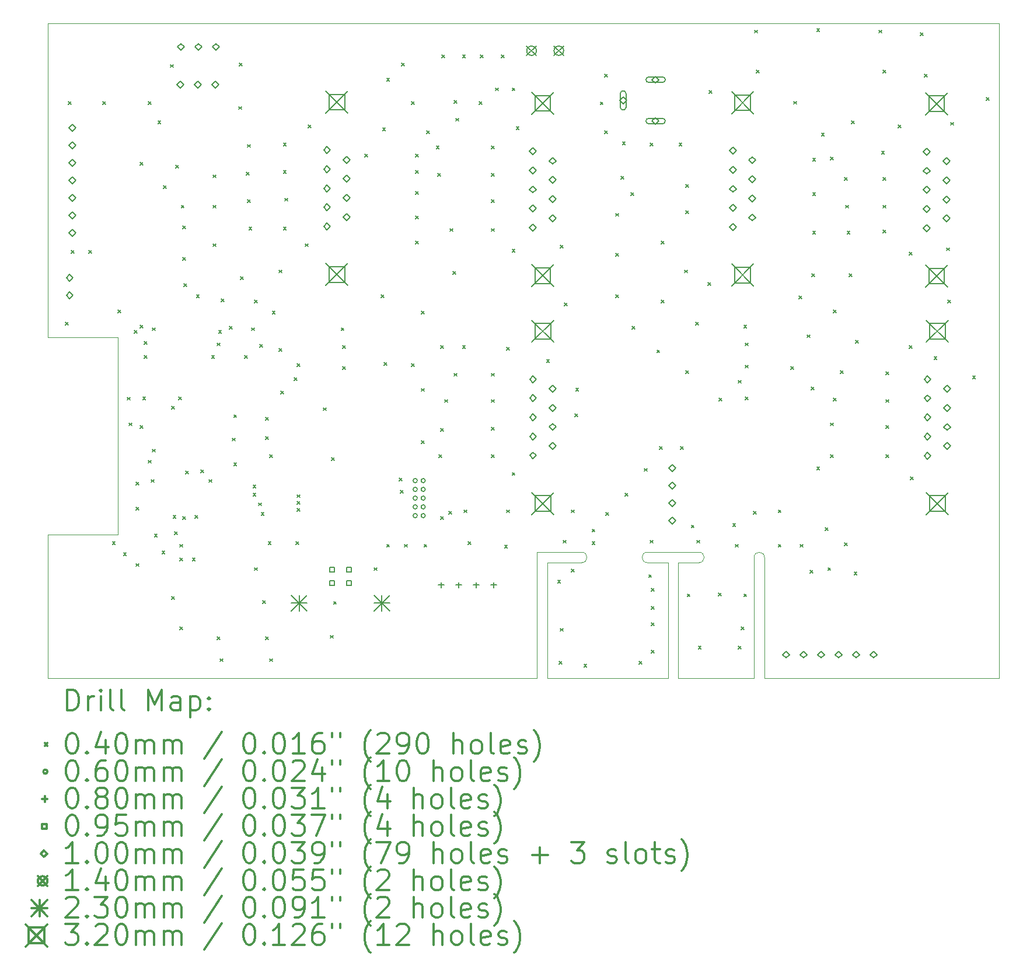
<source format=gbr>
%FSLAX45Y45*%
G04 Gerber Fmt 4.5, Leading zero omitted, Abs format (unit mm)*
G04 Created by KiCad (PCBNEW (5.1.9)-1) date 2021-04-19 10:19:10*
%MOMM*%
%LPD*%
G01*
G04 APERTURE LIST*
%TA.AperFunction,Profile*%
%ADD10C,0.050000*%
%TD*%
%ADD11C,0.200000*%
%ADD12C,0.300000*%
G04 APERTURE END LIST*
D10*
X5000000Y-10060000D02*
X5000000Y-5500000D01*
X6020000Y-10060000D02*
X5000000Y-10060000D01*
X6020000Y-12920000D02*
X6020000Y-10060000D01*
X5000000Y-12920000D02*
X6020000Y-12920000D01*
X18800000Y-5500000D02*
X5000000Y-5500000D01*
X18800000Y-15000000D02*
X18800000Y-5500000D01*
X18000000Y-15000000D02*
X18800000Y-15000000D01*
X15900000Y-15000000D02*
X18000000Y-15000000D01*
X15250000Y-13250000D02*
G75*
G02*
X15400000Y-13250000I75000J0D01*
G01*
X14450000Y-13175000D02*
G75*
G02*
X14450000Y-13325000I0J-75000D01*
G01*
X15400000Y-15000000D02*
X15900000Y-15000000D01*
X15400000Y-13250000D02*
X15400000Y-15000000D01*
X15250000Y-13325000D02*
X15250000Y-13250000D01*
X15250000Y-15000000D02*
X15250000Y-13325000D01*
X14475000Y-15000000D02*
X15250000Y-15000000D01*
X14450000Y-13175000D02*
X14125000Y-13175000D01*
X14150000Y-13325000D02*
X14450000Y-13325000D01*
X13700000Y-13325000D02*
G75*
G02*
X13700000Y-13175000I0J75000D01*
G01*
X14150000Y-15000000D02*
X14475000Y-15000000D01*
X14150000Y-13325000D02*
X14150000Y-15000000D01*
X14000000Y-13175000D02*
X14125000Y-13175000D01*
X13700000Y-13175000D02*
X14000000Y-13175000D01*
X14000000Y-13325000D02*
X13700000Y-13325000D01*
X14000000Y-15000000D02*
X14000000Y-13325000D01*
X12250000Y-15000000D02*
X14000000Y-15000000D01*
X12750000Y-13175000D02*
G75*
G02*
X12750000Y-13325000I0J-75000D01*
G01*
X12100000Y-13175000D02*
X12750000Y-13175000D01*
X12100000Y-13325000D02*
X12100000Y-13175000D01*
X12100000Y-15000000D02*
X12100000Y-13325000D01*
X12250000Y-13325000D02*
X12750000Y-13325000D01*
X12250000Y-15000000D02*
X12250000Y-13325000D01*
X5000000Y-15000000D02*
X12100000Y-15000000D01*
X5000000Y-15000000D02*
X5000000Y-12920000D01*
D11*
X5260000Y-9840000D02*
X5300000Y-9880000D01*
X5300000Y-9840000D02*
X5260000Y-9880000D01*
X5300000Y-6640000D02*
X5340000Y-6680000D01*
X5340000Y-6640000D02*
X5300000Y-6680000D01*
X5340000Y-8800000D02*
X5380000Y-8840000D01*
X5380000Y-8800000D02*
X5340000Y-8840000D01*
X5600000Y-8800000D02*
X5640000Y-8840000D01*
X5640000Y-8800000D02*
X5600000Y-8840000D01*
X5800000Y-6640000D02*
X5840000Y-6680000D01*
X5840000Y-6640000D02*
X5800000Y-6680000D01*
X5940000Y-13020000D02*
X5980000Y-13060000D01*
X5980000Y-13020000D02*
X5940000Y-13060000D01*
X6020000Y-9660000D02*
X6060000Y-9700000D01*
X6060000Y-9660000D02*
X6020000Y-9700000D01*
X6100000Y-13180000D02*
X6140000Y-13220000D01*
X6140000Y-13180000D02*
X6100000Y-13220000D01*
X6154500Y-10925500D02*
X6194500Y-10965500D01*
X6194500Y-10925500D02*
X6154500Y-10965500D01*
X6180000Y-11300000D02*
X6220000Y-11340000D01*
X6220000Y-11300000D02*
X6180000Y-11340000D01*
X6260000Y-9960000D02*
X6300000Y-10000000D01*
X6300000Y-9960000D02*
X6260000Y-10000000D01*
X6280000Y-12160000D02*
X6320000Y-12200000D01*
X6320000Y-12160000D02*
X6280000Y-12200000D01*
X6280000Y-12520000D02*
X6320000Y-12560000D01*
X6320000Y-12520000D02*
X6280000Y-12560000D01*
X6280000Y-13340000D02*
X6320000Y-13380000D01*
X6320000Y-13340000D02*
X6280000Y-13380000D01*
X6340000Y-7520000D02*
X6380000Y-7560000D01*
X6380000Y-7520000D02*
X6340000Y-7560000D01*
X6340000Y-9880000D02*
X6380000Y-9920000D01*
X6380000Y-9880000D02*
X6340000Y-9920000D01*
X6340000Y-11340000D02*
X6380000Y-11380000D01*
X6380000Y-11340000D02*
X6340000Y-11380000D01*
X6380000Y-10920000D02*
X6420000Y-10960000D01*
X6420000Y-10920000D02*
X6380000Y-10960000D01*
X6400000Y-10120000D02*
X6440000Y-10160000D01*
X6440000Y-10120000D02*
X6400000Y-10160000D01*
X6400000Y-10320000D02*
X6440000Y-10360000D01*
X6440000Y-10320000D02*
X6400000Y-10360000D01*
X6460000Y-6640000D02*
X6500000Y-6680000D01*
X6500000Y-6640000D02*
X6460000Y-6680000D01*
X6460000Y-11840000D02*
X6500000Y-11880000D01*
X6500000Y-11840000D02*
X6460000Y-11880000D01*
X6500000Y-12120000D02*
X6540000Y-12160000D01*
X6540000Y-12120000D02*
X6500000Y-12160000D01*
X6520000Y-9920000D02*
X6560000Y-9960000D01*
X6560000Y-9920000D02*
X6520000Y-9960000D01*
X6520000Y-11680000D02*
X6560000Y-11720000D01*
X6560000Y-11680000D02*
X6520000Y-11720000D01*
X6550000Y-12910000D02*
X6590000Y-12950000D01*
X6590000Y-12910000D02*
X6550000Y-12950000D01*
X6600000Y-6920000D02*
X6640000Y-6960000D01*
X6640000Y-6920000D02*
X6600000Y-6960000D01*
X6660000Y-13160000D02*
X6700000Y-13200000D01*
X6700000Y-13160000D02*
X6660000Y-13200000D01*
X6680000Y-7860000D02*
X6720000Y-7900000D01*
X6720000Y-7860000D02*
X6680000Y-7900000D01*
X6780000Y-6100000D02*
X6820000Y-6140000D01*
X6820000Y-6100000D02*
X6780000Y-6140000D01*
X6800000Y-11060000D02*
X6840000Y-11100000D01*
X6840000Y-11060000D02*
X6800000Y-11100000D01*
X6800000Y-13820000D02*
X6840000Y-13860000D01*
X6840000Y-13820000D02*
X6800000Y-13860000D01*
X6820000Y-12640000D02*
X6860000Y-12680000D01*
X6860000Y-12640000D02*
X6820000Y-12680000D01*
X6840000Y-12880000D02*
X6880000Y-12920000D01*
X6880000Y-12880000D02*
X6840000Y-12920000D01*
X6860000Y-7560000D02*
X6900000Y-7600000D01*
X6900000Y-7560000D02*
X6860000Y-7600000D01*
X6900000Y-10920000D02*
X6940000Y-10960000D01*
X6940000Y-10920000D02*
X6900000Y-10960000D01*
X6920000Y-13060000D02*
X6960000Y-13100000D01*
X6960000Y-13060000D02*
X6920000Y-13100000D01*
X6920000Y-13260000D02*
X6960000Y-13300000D01*
X6960000Y-13260000D02*
X6920000Y-13300000D01*
X6920000Y-14260000D02*
X6960000Y-14300000D01*
X6960000Y-14260000D02*
X6920000Y-14300000D01*
X6940000Y-8140000D02*
X6980000Y-8180000D01*
X6980000Y-8140000D02*
X6940000Y-8180000D01*
X6960000Y-8440000D02*
X7000000Y-8480000D01*
X7000000Y-8440000D02*
X6960000Y-8480000D01*
X6960000Y-8900000D02*
X7000000Y-8940000D01*
X7000000Y-8900000D02*
X6960000Y-8940000D01*
X6960000Y-12660000D02*
X7000000Y-12700000D01*
X7000000Y-12660000D02*
X6960000Y-12700000D01*
X6980000Y-9280000D02*
X7020000Y-9320000D01*
X7020000Y-9280000D02*
X6980000Y-9320000D01*
X7000000Y-12000000D02*
X7040000Y-12040000D01*
X7040000Y-12000000D02*
X7000000Y-12040000D01*
X7100000Y-13260000D02*
X7140000Y-13300000D01*
X7140000Y-13260000D02*
X7100000Y-13300000D01*
X7140000Y-12640000D02*
X7180000Y-12680000D01*
X7180000Y-12640000D02*
X7140000Y-12680000D01*
X7160000Y-9440000D02*
X7200000Y-9480000D01*
X7200000Y-9440000D02*
X7160000Y-9480000D01*
X7220000Y-11980000D02*
X7260000Y-12020000D01*
X7260000Y-11980000D02*
X7220000Y-12020000D01*
X7340000Y-12120000D02*
X7380000Y-12160000D01*
X7380000Y-12120000D02*
X7340000Y-12160000D01*
X7380000Y-10320000D02*
X7420000Y-10360000D01*
X7420000Y-10320000D02*
X7380000Y-10360000D01*
X7400000Y-7700000D02*
X7440000Y-7740000D01*
X7440000Y-7700000D02*
X7400000Y-7740000D01*
X7400000Y-8140000D02*
X7440000Y-8180000D01*
X7440000Y-8140000D02*
X7400000Y-8180000D01*
X7400000Y-8700000D02*
X7440000Y-8740000D01*
X7440000Y-8700000D02*
X7400000Y-8740000D01*
X7460000Y-10140000D02*
X7500000Y-10180000D01*
X7500000Y-10140000D02*
X7460000Y-10180000D01*
X7460000Y-14400000D02*
X7500000Y-14440000D01*
X7500000Y-14400000D02*
X7460000Y-14440000D01*
X7480000Y-9960000D02*
X7520000Y-10000000D01*
X7520000Y-9960000D02*
X7480000Y-10000000D01*
X7500000Y-14720000D02*
X7540000Y-14760000D01*
X7540000Y-14720000D02*
X7500000Y-14760000D01*
X7520000Y-9500000D02*
X7560000Y-9540000D01*
X7560000Y-9500000D02*
X7520000Y-9540000D01*
X7640000Y-9900000D02*
X7680000Y-9940000D01*
X7680000Y-9900000D02*
X7640000Y-9940000D01*
X7680000Y-11520000D02*
X7720000Y-11560000D01*
X7720000Y-11520000D02*
X7680000Y-11560000D01*
X7700000Y-11180000D02*
X7740000Y-11220000D01*
X7740000Y-11180000D02*
X7700000Y-11220000D01*
X7700000Y-11880000D02*
X7740000Y-11920000D01*
X7740000Y-11880000D02*
X7700000Y-11920000D01*
X7770000Y-6710000D02*
X7810000Y-6750000D01*
X7810000Y-6710000D02*
X7770000Y-6750000D01*
X7780000Y-6080000D02*
X7820000Y-6120000D01*
X7820000Y-6080000D02*
X7780000Y-6120000D01*
X7800000Y-9180000D02*
X7840000Y-9220000D01*
X7840000Y-9180000D02*
X7800000Y-9220000D01*
X7860000Y-10320000D02*
X7900000Y-10360000D01*
X7900000Y-10320000D02*
X7860000Y-10360000D01*
X7880000Y-7660000D02*
X7920000Y-7700000D01*
X7920000Y-7660000D02*
X7880000Y-7700000D01*
X7900000Y-7260000D02*
X7940000Y-7300000D01*
X7940000Y-7260000D02*
X7900000Y-7300000D01*
X7900000Y-8060000D02*
X7940000Y-8100000D01*
X7940000Y-8060000D02*
X7900000Y-8100000D01*
X7920000Y-8460000D02*
X7960000Y-8500000D01*
X7960000Y-8460000D02*
X7920000Y-8500000D01*
X7960000Y-9920000D02*
X8000000Y-9960000D01*
X8000000Y-9920000D02*
X7960000Y-9960000D01*
X7980000Y-12200000D02*
X8020000Y-12240000D01*
X8020000Y-12200000D02*
X7980000Y-12240000D01*
X7980000Y-12320000D02*
X8020000Y-12360000D01*
X8020000Y-12320000D02*
X7980000Y-12360000D01*
X8000000Y-9520000D02*
X8040000Y-9560000D01*
X8040000Y-9520000D02*
X8000000Y-9560000D01*
X8000000Y-13400000D02*
X8040000Y-13440000D01*
X8040000Y-13400000D02*
X8000000Y-13440000D01*
X8060000Y-12460000D02*
X8100000Y-12500000D01*
X8100000Y-12460000D02*
X8060000Y-12500000D01*
X8080000Y-10160000D02*
X8120000Y-10200000D01*
X8120000Y-10160000D02*
X8080000Y-10200000D01*
X8100000Y-12600000D02*
X8140000Y-12640000D01*
X8140000Y-12600000D02*
X8100000Y-12640000D01*
X8120000Y-13880000D02*
X8160000Y-13920000D01*
X8160000Y-13880000D02*
X8120000Y-13920000D01*
X8160000Y-11220000D02*
X8200000Y-11260000D01*
X8200000Y-11220000D02*
X8160000Y-11260000D01*
X8160000Y-11500000D02*
X8200000Y-11540000D01*
X8200000Y-11500000D02*
X8160000Y-11540000D01*
X8160000Y-14400000D02*
X8200000Y-14440000D01*
X8200000Y-14400000D02*
X8160000Y-14440000D01*
X8200000Y-13020000D02*
X8240000Y-13060000D01*
X8240000Y-13020000D02*
X8200000Y-13060000D01*
X8220000Y-11760000D02*
X8260000Y-11800000D01*
X8260000Y-11760000D02*
X8220000Y-11800000D01*
X8220000Y-14720000D02*
X8260000Y-14760000D01*
X8260000Y-14720000D02*
X8220000Y-14760000D01*
X8260000Y-9680000D02*
X8300000Y-9720000D01*
X8300000Y-9680000D02*
X8260000Y-9720000D01*
X8360000Y-9080000D02*
X8400000Y-9120000D01*
X8400000Y-9080000D02*
X8360000Y-9120000D01*
X8360000Y-10220000D02*
X8400000Y-10260000D01*
X8400000Y-10220000D02*
X8360000Y-10260000D01*
X8380000Y-10840000D02*
X8420000Y-10880000D01*
X8420000Y-10840000D02*
X8380000Y-10880000D01*
X8420000Y-7240000D02*
X8460000Y-7280000D01*
X8460000Y-7240000D02*
X8420000Y-7280000D01*
X8420000Y-7640000D02*
X8460000Y-7680000D01*
X8460000Y-7640000D02*
X8420000Y-7680000D01*
X8420000Y-8460000D02*
X8460000Y-8500000D01*
X8460000Y-8460000D02*
X8420000Y-8500000D01*
X8440000Y-8040000D02*
X8480000Y-8080000D01*
X8480000Y-8040000D02*
X8440000Y-8080000D01*
X8580000Y-10640000D02*
X8620000Y-10680000D01*
X8620000Y-10640000D02*
X8580000Y-10680000D01*
X8600000Y-13020000D02*
X8640000Y-13060000D01*
X8640000Y-13020000D02*
X8600000Y-13060000D01*
X8620000Y-10440000D02*
X8660000Y-10480000D01*
X8660000Y-10440000D02*
X8620000Y-10480000D01*
X8620000Y-12340000D02*
X8660000Y-12380000D01*
X8660000Y-12340000D02*
X8620000Y-12380000D01*
X8620000Y-12440000D02*
X8660000Y-12480000D01*
X8660000Y-12440000D02*
X8620000Y-12480000D01*
X8620000Y-12540000D02*
X8660000Y-12580000D01*
X8660000Y-12540000D02*
X8620000Y-12580000D01*
X8740000Y-8700000D02*
X8780000Y-8740000D01*
X8780000Y-8700000D02*
X8740000Y-8740000D01*
X8780000Y-6980000D02*
X8820000Y-7020000D01*
X8820000Y-6980000D02*
X8780000Y-7020000D01*
X9000000Y-11080000D02*
X9040000Y-11120000D01*
X9040000Y-11080000D02*
X9000000Y-11120000D01*
X9100000Y-14380000D02*
X9140000Y-14420000D01*
X9140000Y-14380000D02*
X9100000Y-14420000D01*
X9120000Y-11800000D02*
X9160000Y-11840000D01*
X9160000Y-11800000D02*
X9120000Y-11840000D01*
X9149000Y-13891000D02*
X9189000Y-13931000D01*
X9189000Y-13891000D02*
X9149000Y-13931000D01*
X9260000Y-9920000D02*
X9300000Y-9960000D01*
X9300000Y-9920000D02*
X9260000Y-9960000D01*
X9280000Y-10180000D02*
X9320000Y-10220000D01*
X9320000Y-10180000D02*
X9280000Y-10220000D01*
X9280000Y-10480000D02*
X9320000Y-10520000D01*
X9320000Y-10480000D02*
X9280000Y-10520000D01*
X9600000Y-7400000D02*
X9640000Y-7440000D01*
X9640000Y-7400000D02*
X9600000Y-7440000D01*
X9740000Y-13400000D02*
X9780000Y-13440000D01*
X9780000Y-13400000D02*
X9740000Y-13440000D01*
X9840000Y-9440000D02*
X9880000Y-9480000D01*
X9880000Y-9440000D02*
X9840000Y-9480000D01*
X9860000Y-7020000D02*
X9900000Y-7060000D01*
X9900000Y-7020000D02*
X9860000Y-7060000D01*
X9880000Y-10420000D02*
X9920000Y-10460000D01*
X9920000Y-10420000D02*
X9880000Y-10460000D01*
X9920000Y-6300000D02*
X9960000Y-6340000D01*
X9960000Y-6300000D02*
X9920000Y-6340000D01*
X9920000Y-13060000D02*
X9960000Y-13100000D01*
X9960000Y-13060000D02*
X9920000Y-13100000D01*
X10100000Y-12100000D02*
X10140000Y-12140000D01*
X10140000Y-12100000D02*
X10100000Y-12140000D01*
X10120000Y-12280000D02*
X10160000Y-12320000D01*
X10160000Y-12280000D02*
X10120000Y-12320000D01*
X10138066Y-6081934D02*
X10178066Y-6121934D01*
X10178066Y-6081934D02*
X10138066Y-6121934D01*
X10180000Y-13060000D02*
X10220000Y-13100000D01*
X10220000Y-13060000D02*
X10180000Y-13100000D01*
X10280000Y-6640000D02*
X10320000Y-6680000D01*
X10320000Y-6640000D02*
X10280000Y-6680000D01*
X10280000Y-10440000D02*
X10320000Y-10480000D01*
X10320000Y-10440000D02*
X10280000Y-10480000D01*
X10340000Y-7400000D02*
X10380000Y-7440000D01*
X10380000Y-7400000D02*
X10340000Y-7440000D01*
X10340000Y-7640000D02*
X10380000Y-7680000D01*
X10380000Y-7640000D02*
X10340000Y-7680000D01*
X10340000Y-7940000D02*
X10380000Y-7980000D01*
X10380000Y-7940000D02*
X10340000Y-7980000D01*
X10340000Y-8300000D02*
X10380000Y-8340000D01*
X10380000Y-8300000D02*
X10340000Y-8340000D01*
X10340000Y-8660000D02*
X10380000Y-8700000D01*
X10380000Y-8660000D02*
X10340000Y-8700000D01*
X10420000Y-9680000D02*
X10460000Y-9720000D01*
X10460000Y-9680000D02*
X10420000Y-9720000D01*
X10420000Y-10800000D02*
X10460000Y-10840000D01*
X10460000Y-10800000D02*
X10420000Y-10840000D01*
X10420000Y-11560000D02*
X10460000Y-11600000D01*
X10460000Y-11560000D02*
X10420000Y-11600000D01*
X10460000Y-13060000D02*
X10500000Y-13100000D01*
X10500000Y-13060000D02*
X10460000Y-13100000D01*
X10500000Y-7060000D02*
X10540000Y-7100000D01*
X10540000Y-7060000D02*
X10500000Y-7100000D01*
X10640000Y-7280000D02*
X10680000Y-7320000D01*
X10680000Y-7280000D02*
X10640000Y-7320000D01*
X10660000Y-7680000D02*
X10700000Y-7720000D01*
X10700000Y-7680000D02*
X10660000Y-7720000D01*
X10680000Y-11760000D02*
X10720000Y-11800000D01*
X10720000Y-11760000D02*
X10680000Y-11800000D01*
X10700000Y-10180000D02*
X10740000Y-10220000D01*
X10740000Y-10180000D02*
X10700000Y-10220000D01*
X10700000Y-11380000D02*
X10740000Y-11420000D01*
X10740000Y-11380000D02*
X10700000Y-11420000D01*
X10700000Y-12660000D02*
X10740000Y-12700000D01*
X10740000Y-12660000D02*
X10700000Y-12700000D01*
X10720000Y-5960000D02*
X10760000Y-6000000D01*
X10760000Y-5960000D02*
X10720000Y-6000000D01*
X10760000Y-10960000D02*
X10800000Y-11000000D01*
X10800000Y-10960000D02*
X10760000Y-11000000D01*
X10820000Y-12580000D02*
X10860000Y-12620000D01*
X10860000Y-12580000D02*
X10820000Y-12620000D01*
X10840000Y-8480000D02*
X10880000Y-8520000D01*
X10880000Y-8480000D02*
X10840000Y-8520000D01*
X10880000Y-9100000D02*
X10920000Y-9140000D01*
X10920000Y-9100000D02*
X10880000Y-9140000D01*
X10900000Y-6620000D02*
X10940000Y-6660000D01*
X10940000Y-6620000D02*
X10900000Y-6660000D01*
X10900000Y-10580000D02*
X10940000Y-10620000D01*
X10940000Y-10580000D02*
X10900000Y-10620000D01*
X10920000Y-6880000D02*
X10960000Y-6920000D01*
X10960000Y-6880000D02*
X10920000Y-6920000D01*
X11020000Y-5960000D02*
X11060000Y-6000000D01*
X11060000Y-5960000D02*
X11020000Y-6000000D01*
X11020000Y-10180000D02*
X11060000Y-10220000D01*
X11060000Y-10180000D02*
X11020000Y-10220000D01*
X11040000Y-12560000D02*
X11080000Y-12600000D01*
X11080000Y-12560000D02*
X11040000Y-12600000D01*
X11100000Y-13020000D02*
X11140000Y-13060000D01*
X11140000Y-13020000D02*
X11100000Y-13060000D01*
X11260000Y-6640000D02*
X11300000Y-6680000D01*
X11300000Y-6640000D02*
X11260000Y-6680000D01*
X11280000Y-5960000D02*
X11320000Y-6000000D01*
X11320000Y-5960000D02*
X11280000Y-6000000D01*
X11440000Y-7280000D02*
X11480000Y-7320000D01*
X11480000Y-7280000D02*
X11440000Y-7320000D01*
X11440000Y-7680000D02*
X11480000Y-7720000D01*
X11480000Y-7680000D02*
X11440000Y-7720000D01*
X11440000Y-8060000D02*
X11480000Y-8100000D01*
X11480000Y-8060000D02*
X11440000Y-8100000D01*
X11440000Y-8480000D02*
X11480000Y-8520000D01*
X11480000Y-8480000D02*
X11440000Y-8520000D01*
X11440000Y-10580000D02*
X11480000Y-10620000D01*
X11480000Y-10580000D02*
X11440000Y-10620000D01*
X11440000Y-10960000D02*
X11480000Y-11000000D01*
X11480000Y-10960000D02*
X11440000Y-11000000D01*
X11440000Y-11360000D02*
X11480000Y-11400000D01*
X11480000Y-11360000D02*
X11440000Y-11400000D01*
X11440000Y-11760000D02*
X11480000Y-11800000D01*
X11480000Y-11760000D02*
X11440000Y-11800000D01*
X11500000Y-6440000D02*
X11540000Y-6480000D01*
X11540000Y-6440000D02*
X11500000Y-6480000D01*
X11580000Y-5960000D02*
X11620000Y-6000000D01*
X11620000Y-5960000D02*
X11580000Y-6000000D01*
X11630000Y-13070000D02*
X11670000Y-13110000D01*
X11670000Y-13070000D02*
X11630000Y-13110000D01*
X11660000Y-10200000D02*
X11700000Y-10240000D01*
X11700000Y-10200000D02*
X11660000Y-10240000D01*
X11660000Y-12560000D02*
X11700000Y-12600000D01*
X11700000Y-12560000D02*
X11660000Y-12600000D01*
X11740000Y-6440000D02*
X11780000Y-6480000D01*
X11780000Y-6440000D02*
X11740000Y-6480000D01*
X11740000Y-8780000D02*
X11780000Y-8820000D01*
X11780000Y-8780000D02*
X11740000Y-8820000D01*
X11740000Y-12020000D02*
X11780000Y-12060000D01*
X11780000Y-12020000D02*
X11740000Y-12060000D01*
X11800000Y-7000000D02*
X11840000Y-7040000D01*
X11840000Y-7000000D02*
X11800000Y-7040000D01*
X12240000Y-10380000D02*
X12280000Y-10420000D01*
X12280000Y-10380000D02*
X12240000Y-10420000D01*
X12400000Y-13580000D02*
X12440000Y-13620000D01*
X12440000Y-13580000D02*
X12400000Y-13620000D01*
X12420000Y-14760000D02*
X12460000Y-14800000D01*
X12460000Y-14760000D02*
X12420000Y-14800000D01*
X12440000Y-8720000D02*
X12480000Y-8760000D01*
X12480000Y-8720000D02*
X12440000Y-8760000D01*
X12440000Y-14280000D02*
X12480000Y-14320000D01*
X12480000Y-14280000D02*
X12440000Y-14320000D01*
X12480000Y-13000000D02*
X12520000Y-13040000D01*
X12520000Y-13000000D02*
X12480000Y-13040000D01*
X12500000Y-9560000D02*
X12540000Y-9600000D01*
X12540000Y-9560000D02*
X12500000Y-9600000D01*
X12600000Y-12560000D02*
X12640000Y-12600000D01*
X12640000Y-12560000D02*
X12600000Y-12600000D01*
X12600000Y-13420000D02*
X12640000Y-13460000D01*
X12640000Y-13420000D02*
X12600000Y-13460000D01*
X12650000Y-11170000D02*
X12690000Y-11210000D01*
X12690000Y-11170000D02*
X12650000Y-11210000D01*
X12662000Y-10798000D02*
X12702000Y-10838000D01*
X12702000Y-10798000D02*
X12662000Y-10838000D01*
X12780000Y-14800000D02*
X12820000Y-14840000D01*
X12820000Y-14800000D02*
X12780000Y-14840000D01*
X12900000Y-12840000D02*
X12940000Y-12880000D01*
X12940000Y-12840000D02*
X12900000Y-12880000D01*
X12900000Y-13020000D02*
X12940000Y-13060000D01*
X12940000Y-13020000D02*
X12900000Y-13060000D01*
X13018000Y-6642000D02*
X13058000Y-6682000D01*
X13058000Y-6642000D02*
X13018000Y-6682000D01*
X13080000Y-6240000D02*
X13120000Y-6280000D01*
X13120000Y-6240000D02*
X13080000Y-6280000D01*
X13080000Y-7060000D02*
X13120000Y-7100000D01*
X13120000Y-7060000D02*
X13080000Y-7100000D01*
X13100000Y-12600000D02*
X13140000Y-12640000D01*
X13140000Y-12600000D02*
X13100000Y-12640000D01*
X13240000Y-8260000D02*
X13280000Y-8300000D01*
X13280000Y-8260000D02*
X13240000Y-8300000D01*
X13240000Y-8840000D02*
X13280000Y-8880000D01*
X13280000Y-8840000D02*
X13240000Y-8880000D01*
X13240000Y-9440000D02*
X13280000Y-9480000D01*
X13280000Y-9440000D02*
X13240000Y-9480000D01*
X13320000Y-7720000D02*
X13360000Y-7760000D01*
X13360000Y-7720000D02*
X13320000Y-7760000D01*
X13340000Y-7220000D02*
X13380000Y-7260000D01*
X13380000Y-7220000D02*
X13340000Y-7260000D01*
X13380000Y-12320000D02*
X13420000Y-12360000D01*
X13420000Y-12320000D02*
X13380000Y-12360000D01*
X13460000Y-7960000D02*
X13500000Y-8000000D01*
X13500000Y-7960000D02*
X13460000Y-8000000D01*
X13480000Y-9900000D02*
X13520000Y-9940000D01*
X13520000Y-9900000D02*
X13480000Y-9940000D01*
X13580000Y-14760000D02*
X13620000Y-14800000D01*
X13620000Y-14760000D02*
X13580000Y-14800000D01*
X13660000Y-11960000D02*
X13700000Y-12000000D01*
X13700000Y-11960000D02*
X13660000Y-12000000D01*
X13720000Y-13500000D02*
X13760000Y-13540000D01*
X13760000Y-13500000D02*
X13720000Y-13540000D01*
X13740000Y-7240000D02*
X13780000Y-7280000D01*
X13780000Y-7240000D02*
X13740000Y-7280000D01*
X13740000Y-13000000D02*
X13780000Y-13040000D01*
X13780000Y-13000000D02*
X13740000Y-13040000D01*
X13760000Y-13700000D02*
X13800000Y-13740000D01*
X13800000Y-13700000D02*
X13760000Y-13740000D01*
X13760000Y-13960000D02*
X13800000Y-14000000D01*
X13800000Y-13960000D02*
X13760000Y-14000000D01*
X13760000Y-14200000D02*
X13800000Y-14240000D01*
X13800000Y-14200000D02*
X13760000Y-14240000D01*
X13760000Y-14600000D02*
X13800000Y-14640000D01*
X13800000Y-14600000D02*
X13760000Y-14640000D01*
X13840000Y-10240000D02*
X13880000Y-10280000D01*
X13880000Y-10240000D02*
X13840000Y-10280000D01*
X13880000Y-11640000D02*
X13920000Y-11680000D01*
X13920000Y-11640000D02*
X13880000Y-11680000D01*
X13900000Y-8660000D02*
X13940000Y-8700000D01*
X13940000Y-8660000D02*
X13900000Y-8700000D01*
X13900000Y-9520000D02*
X13940000Y-9560000D01*
X13940000Y-9520000D02*
X13900000Y-9560000D01*
X14160000Y-7240000D02*
X14200000Y-7280000D01*
X14200000Y-7240000D02*
X14160000Y-7280000D01*
X14180000Y-11640000D02*
X14220000Y-11680000D01*
X14220000Y-11640000D02*
X14180000Y-11680000D01*
X14240000Y-9080000D02*
X14280000Y-9120000D01*
X14280000Y-9080000D02*
X14240000Y-9120000D01*
X14260000Y-7840000D02*
X14300000Y-7880000D01*
X14300000Y-7840000D02*
X14260000Y-7880000D01*
X14260000Y-8220000D02*
X14300000Y-8260000D01*
X14300000Y-8220000D02*
X14260000Y-8260000D01*
X14260000Y-10540000D02*
X14300000Y-10580000D01*
X14300000Y-10540000D02*
X14260000Y-10580000D01*
X14280000Y-13780000D02*
X14320000Y-13820000D01*
X14320000Y-13780000D02*
X14280000Y-13820000D01*
X14340000Y-12780000D02*
X14380000Y-12820000D01*
X14380000Y-12780000D02*
X14340000Y-12820000D01*
X14400000Y-9840000D02*
X14440000Y-9880000D01*
X14440000Y-9840000D02*
X14400000Y-9880000D01*
X14420000Y-13000000D02*
X14460000Y-13040000D01*
X14460000Y-13000000D02*
X14420000Y-13040000D01*
X14440000Y-14540000D02*
X14480000Y-14580000D01*
X14480000Y-14540000D02*
X14440000Y-14580000D01*
X14580000Y-9260000D02*
X14620000Y-9300000D01*
X14620000Y-9260000D02*
X14580000Y-9300000D01*
X14600000Y-6480000D02*
X14640000Y-6520000D01*
X14640000Y-6480000D02*
X14600000Y-6520000D01*
X14730000Y-13770000D02*
X14770000Y-13810000D01*
X14770000Y-13770000D02*
X14730000Y-13810000D01*
X14740000Y-10940000D02*
X14780000Y-10980000D01*
X14780000Y-10940000D02*
X14740000Y-10980000D01*
X14940000Y-12760000D02*
X14980000Y-12800000D01*
X14980000Y-12760000D02*
X14940000Y-12800000D01*
X14980000Y-13060000D02*
X15020000Y-13100000D01*
X15020000Y-13060000D02*
X14980000Y-13100000D01*
X15020000Y-10680000D02*
X15060000Y-10720000D01*
X15060000Y-10680000D02*
X15020000Y-10720000D01*
X15020000Y-14540000D02*
X15060000Y-14580000D01*
X15060000Y-14540000D02*
X15020000Y-14580000D01*
X15060000Y-14260000D02*
X15100000Y-14300000D01*
X15100000Y-14260000D02*
X15060000Y-14300000D01*
X15100000Y-9880000D02*
X15140000Y-9920000D01*
X15140000Y-9880000D02*
X15100000Y-9920000D01*
X15100000Y-13780000D02*
X15140000Y-13820000D01*
X15140000Y-13780000D02*
X15100000Y-13820000D01*
X15120000Y-10140000D02*
X15160000Y-10180000D01*
X15160000Y-10140000D02*
X15120000Y-10180000D01*
X15120000Y-10460000D02*
X15160000Y-10500000D01*
X15160000Y-10460000D02*
X15120000Y-10500000D01*
X15120000Y-10920000D02*
X15160000Y-10960000D01*
X15160000Y-10920000D02*
X15120000Y-10960000D01*
X15240000Y-12580000D02*
X15280000Y-12620000D01*
X15280000Y-12580000D02*
X15240000Y-12620000D01*
X15260000Y-5600000D02*
X15300000Y-5640000D01*
X15300000Y-5600000D02*
X15260000Y-5640000D01*
X15280000Y-6180000D02*
X15320000Y-6220000D01*
X15320000Y-6180000D02*
X15280000Y-6220000D01*
X15600000Y-12560000D02*
X15640000Y-12600000D01*
X15640000Y-12560000D02*
X15600000Y-12600000D01*
X15600000Y-13060000D02*
X15640000Y-13100000D01*
X15640000Y-13060000D02*
X15600000Y-13100000D01*
X15780000Y-10480000D02*
X15820000Y-10520000D01*
X15820000Y-10480000D02*
X15780000Y-10520000D01*
X15827000Y-6633000D02*
X15867000Y-6673000D01*
X15867000Y-6633000D02*
X15827000Y-6673000D01*
X15900000Y-9460000D02*
X15940000Y-9500000D01*
X15940000Y-9460000D02*
X15900000Y-9500000D01*
X15920000Y-13060000D02*
X15960000Y-13100000D01*
X15960000Y-13060000D02*
X15920000Y-13100000D01*
X16020000Y-10020000D02*
X16060000Y-10060000D01*
X16060000Y-10020000D02*
X16020000Y-10060000D01*
X16060000Y-13440000D02*
X16100000Y-13480000D01*
X16100000Y-13440000D02*
X16060000Y-13480000D01*
X16080000Y-10780000D02*
X16120000Y-10820000D01*
X16120000Y-10780000D02*
X16080000Y-10820000D01*
X16087000Y-9133000D02*
X16127000Y-9173000D01*
X16127000Y-9133000D02*
X16087000Y-9173000D01*
X16100000Y-7460000D02*
X16140000Y-7500000D01*
X16140000Y-7460000D02*
X16100000Y-7500000D01*
X16100000Y-7960000D02*
X16140000Y-8000000D01*
X16140000Y-7960000D02*
X16100000Y-8000000D01*
X16100000Y-8520000D02*
X16140000Y-8560000D01*
X16140000Y-8520000D02*
X16100000Y-8560000D01*
X16160000Y-5580000D02*
X16200000Y-5620000D01*
X16200000Y-5580000D02*
X16160000Y-5620000D01*
X16160000Y-11940000D02*
X16200000Y-11980000D01*
X16200000Y-11940000D02*
X16160000Y-11980000D01*
X16227000Y-7093000D02*
X16267000Y-7133000D01*
X16267000Y-7093000D02*
X16227000Y-7133000D01*
X16280000Y-12820000D02*
X16320000Y-12860000D01*
X16320000Y-12820000D02*
X16280000Y-12860000D01*
X16320000Y-13400000D02*
X16360000Y-13440000D01*
X16360000Y-13400000D02*
X16320000Y-13440000D01*
X16360000Y-7440000D02*
X16400000Y-7480000D01*
X16400000Y-7440000D02*
X16360000Y-7480000D01*
X16360000Y-11300000D02*
X16400000Y-11340000D01*
X16400000Y-11300000D02*
X16360000Y-11340000D01*
X16360000Y-11760000D02*
X16400000Y-11800000D01*
X16400000Y-11760000D02*
X16360000Y-11800000D01*
X16400000Y-9660000D02*
X16440000Y-9700000D01*
X16440000Y-9660000D02*
X16400000Y-9700000D01*
X16400000Y-10940000D02*
X16440000Y-10980000D01*
X16440000Y-10940000D02*
X16400000Y-10980000D01*
X16500000Y-10540000D02*
X16540000Y-10580000D01*
X16540000Y-10540000D02*
X16500000Y-10580000D01*
X16560000Y-7740000D02*
X16600000Y-7780000D01*
X16600000Y-7740000D02*
X16560000Y-7780000D01*
X16560000Y-13040000D02*
X16600000Y-13080000D01*
X16600000Y-13040000D02*
X16560000Y-13080000D01*
X16580000Y-8140000D02*
X16620000Y-8180000D01*
X16620000Y-8140000D02*
X16580000Y-8180000D01*
X16600000Y-8520000D02*
X16640000Y-8560000D01*
X16640000Y-8520000D02*
X16600000Y-8560000D01*
X16627000Y-9133000D02*
X16667000Y-9173000D01*
X16667000Y-9133000D02*
X16627000Y-9173000D01*
X16660000Y-6920000D02*
X16700000Y-6960000D01*
X16700000Y-6920000D02*
X16660000Y-6960000D01*
X16700000Y-13460000D02*
X16740000Y-13500000D01*
X16740000Y-13460000D02*
X16700000Y-13500000D01*
X16720000Y-10100000D02*
X16760000Y-10140000D01*
X16760000Y-10100000D02*
X16720000Y-10140000D01*
X17060000Y-5600000D02*
X17100000Y-5640000D01*
X17100000Y-5600000D02*
X17060000Y-5640000D01*
X17100000Y-7360000D02*
X17140000Y-7400000D01*
X17140000Y-7360000D02*
X17100000Y-7400000D01*
X17120000Y-6180000D02*
X17160000Y-6220000D01*
X17160000Y-6180000D02*
X17120000Y-6220000D01*
X17120000Y-7740000D02*
X17160000Y-7780000D01*
X17160000Y-7740000D02*
X17120000Y-7780000D01*
X17120000Y-8140000D02*
X17160000Y-8180000D01*
X17160000Y-8140000D02*
X17120000Y-8180000D01*
X17120000Y-8500000D02*
X17160000Y-8540000D01*
X17160000Y-8500000D02*
X17120000Y-8540000D01*
X17160000Y-10560000D02*
X17200000Y-10600000D01*
X17200000Y-10560000D02*
X17160000Y-10600000D01*
X17160000Y-10960000D02*
X17200000Y-11000000D01*
X17200000Y-10960000D02*
X17160000Y-11000000D01*
X17160000Y-11340000D02*
X17200000Y-11380000D01*
X17200000Y-11340000D02*
X17160000Y-11380000D01*
X17160000Y-11760000D02*
X17200000Y-11800000D01*
X17200000Y-11760000D02*
X17160000Y-11800000D01*
X17340000Y-6980000D02*
X17380000Y-7020000D01*
X17380000Y-6980000D02*
X17340000Y-7020000D01*
X17500000Y-8820000D02*
X17540000Y-8860000D01*
X17540000Y-8820000D02*
X17500000Y-8860000D01*
X17500000Y-10180000D02*
X17540000Y-10220000D01*
X17540000Y-10180000D02*
X17500000Y-10220000D01*
X17520000Y-12080000D02*
X17560000Y-12120000D01*
X17560000Y-12080000D02*
X17520000Y-12120000D01*
X17660000Y-5640000D02*
X17700000Y-5680000D01*
X17700000Y-5640000D02*
X17660000Y-5680000D01*
X17720000Y-6240000D02*
X17760000Y-6280000D01*
X17760000Y-6240000D02*
X17720000Y-6280000D01*
X17860000Y-10340000D02*
X17900000Y-10380000D01*
X17900000Y-10340000D02*
X17860000Y-10380000D01*
X18040000Y-8760000D02*
X18080000Y-8800000D01*
X18080000Y-8760000D02*
X18040000Y-8800000D01*
X18061066Y-9518934D02*
X18101066Y-9558934D01*
X18101066Y-9518934D02*
X18061066Y-9558934D01*
X18100000Y-6940000D02*
X18140000Y-6980000D01*
X18140000Y-6940000D02*
X18100000Y-6980000D01*
X18420000Y-10620000D02*
X18460000Y-10660000D01*
X18460000Y-10620000D02*
X18420000Y-10660000D01*
X18620000Y-6580000D02*
X18660000Y-6620000D01*
X18660000Y-6580000D02*
X18620000Y-6620000D01*
X10362000Y-12136000D02*
G75*
G03*
X10362000Y-12136000I-30000J0D01*
G01*
X10362000Y-12263000D02*
G75*
G03*
X10362000Y-12263000I-30000J0D01*
G01*
X10362000Y-12390000D02*
G75*
G03*
X10362000Y-12390000I-30000J0D01*
G01*
X10362000Y-12517000D02*
G75*
G03*
X10362000Y-12517000I-30000J0D01*
G01*
X10362000Y-12644000D02*
G75*
G03*
X10362000Y-12644000I-30000J0D01*
G01*
X10478000Y-12136000D02*
G75*
G03*
X10478000Y-12136000I-30000J0D01*
G01*
X10478000Y-12263000D02*
G75*
G03*
X10478000Y-12263000I-30000J0D01*
G01*
X10478000Y-12390000D02*
G75*
G03*
X10478000Y-12390000I-30000J0D01*
G01*
X10478000Y-12517000D02*
G75*
G03*
X10478000Y-12517000I-30000J0D01*
G01*
X10478000Y-12644000D02*
G75*
G03*
X10478000Y-12644000I-30000J0D01*
G01*
X10710000Y-13610000D02*
X10710000Y-13690000D01*
X10670000Y-13650000D02*
X10750000Y-13650000D01*
X10964000Y-13610000D02*
X10964000Y-13690000D01*
X10924000Y-13650000D02*
X11004000Y-13650000D01*
X11218000Y-13610000D02*
X11218000Y-13690000D01*
X11178000Y-13650000D02*
X11258000Y-13650000D01*
X11472000Y-13610000D02*
X11472000Y-13690000D01*
X11432000Y-13650000D02*
X11512000Y-13650000D01*
X9158588Y-13458588D02*
X9158588Y-13391412D01*
X9091412Y-13391412D01*
X9091412Y-13458588D01*
X9158588Y-13458588D01*
X9158588Y-13658588D02*
X9158588Y-13591412D01*
X9091412Y-13591412D01*
X9091412Y-13658588D01*
X9158588Y-13658588D01*
X9408588Y-13458588D02*
X9408588Y-13391412D01*
X9341412Y-13391412D01*
X9341412Y-13458588D01*
X9408588Y-13458588D01*
X9408588Y-13658588D02*
X9408588Y-13591412D01*
X9341412Y-13591412D01*
X9341412Y-13658588D01*
X9408588Y-13658588D01*
X5320000Y-9246000D02*
X5370000Y-9196000D01*
X5320000Y-9146000D01*
X5270000Y-9196000D01*
X5320000Y-9246000D01*
X5320000Y-9500000D02*
X5370000Y-9450000D01*
X5320000Y-9400000D01*
X5270000Y-9450000D01*
X5320000Y-9500000D01*
X5360000Y-7070000D02*
X5410000Y-7020000D01*
X5360000Y-6970000D01*
X5310000Y-7020000D01*
X5360000Y-7070000D01*
X5360000Y-7324000D02*
X5410000Y-7274000D01*
X5360000Y-7224000D01*
X5310000Y-7274000D01*
X5360000Y-7324000D01*
X5360000Y-7578000D02*
X5410000Y-7528000D01*
X5360000Y-7478000D01*
X5310000Y-7528000D01*
X5360000Y-7578000D01*
X5360000Y-7832000D02*
X5410000Y-7782000D01*
X5360000Y-7732000D01*
X5310000Y-7782000D01*
X5360000Y-7832000D01*
X5360000Y-8086000D02*
X5410000Y-8036000D01*
X5360000Y-7986000D01*
X5310000Y-8036000D01*
X5360000Y-8086000D01*
X5360000Y-8340000D02*
X5410000Y-8290000D01*
X5360000Y-8240000D01*
X5310000Y-8290000D01*
X5360000Y-8340000D01*
X5360000Y-8594000D02*
X5410000Y-8544000D01*
X5360000Y-8494000D01*
X5310000Y-8544000D01*
X5360000Y-8594000D01*
X6927000Y-6445000D02*
X6977000Y-6395000D01*
X6927000Y-6345000D01*
X6877000Y-6395000D01*
X6927000Y-6445000D01*
X6931000Y-5895000D02*
X6981000Y-5845000D01*
X6931000Y-5795000D01*
X6881000Y-5845000D01*
X6931000Y-5895000D01*
X7181000Y-6445000D02*
X7231000Y-6395000D01*
X7181000Y-6345000D01*
X7131000Y-6395000D01*
X7181000Y-6445000D01*
X7185000Y-5895000D02*
X7235000Y-5845000D01*
X7185000Y-5795000D01*
X7135000Y-5845000D01*
X7185000Y-5895000D01*
X7435000Y-6445000D02*
X7485000Y-6395000D01*
X7435000Y-6345000D01*
X7385000Y-6395000D01*
X7435000Y-6445000D01*
X7439000Y-5895000D02*
X7489000Y-5845000D01*
X7439000Y-5795000D01*
X7389000Y-5845000D01*
X7439000Y-5895000D01*
X9053934Y-7392000D02*
X9103934Y-7342000D01*
X9053934Y-7292000D01*
X9003934Y-7342000D01*
X9053934Y-7392000D01*
X9053934Y-7669000D02*
X9103934Y-7619000D01*
X9053934Y-7569000D01*
X9003934Y-7619000D01*
X9053934Y-7669000D01*
X9053934Y-7946000D02*
X9103934Y-7896000D01*
X9053934Y-7846000D01*
X9003934Y-7896000D01*
X9053934Y-7946000D01*
X9053934Y-8223000D02*
X9103934Y-8173000D01*
X9053934Y-8123000D01*
X9003934Y-8173000D01*
X9053934Y-8223000D01*
X9053934Y-8500000D02*
X9103934Y-8450000D01*
X9053934Y-8400000D01*
X9003934Y-8450000D01*
X9053934Y-8500000D01*
X9337934Y-7530500D02*
X9387934Y-7480500D01*
X9337934Y-7430500D01*
X9287934Y-7480500D01*
X9337934Y-7530500D01*
X9337934Y-7807500D02*
X9387934Y-7757500D01*
X9337934Y-7707500D01*
X9287934Y-7757500D01*
X9337934Y-7807500D01*
X9337934Y-8084500D02*
X9387934Y-8034500D01*
X9337934Y-7984500D01*
X9287934Y-8034500D01*
X9337934Y-8084500D01*
X9337934Y-8361500D02*
X9387934Y-8311500D01*
X9337934Y-8261500D01*
X9287934Y-8311500D01*
X9337934Y-8361500D01*
X12040934Y-7408000D02*
X12090934Y-7358000D01*
X12040934Y-7308000D01*
X11990934Y-7358000D01*
X12040934Y-7408000D01*
X12040934Y-7685000D02*
X12090934Y-7635000D01*
X12040934Y-7585000D01*
X11990934Y-7635000D01*
X12040934Y-7685000D01*
X12040934Y-7962000D02*
X12090934Y-7912000D01*
X12040934Y-7862000D01*
X11990934Y-7912000D01*
X12040934Y-7962000D01*
X12040934Y-8239000D02*
X12090934Y-8189000D01*
X12040934Y-8139000D01*
X11990934Y-8189000D01*
X12040934Y-8239000D01*
X12040934Y-8516000D02*
X12090934Y-8466000D01*
X12040934Y-8416000D01*
X11990934Y-8466000D01*
X12040934Y-8516000D01*
X12042934Y-10714000D02*
X12092934Y-10664000D01*
X12042934Y-10614000D01*
X11992934Y-10664000D01*
X12042934Y-10714000D01*
X12042934Y-10991000D02*
X12092934Y-10941000D01*
X12042934Y-10891000D01*
X11992934Y-10941000D01*
X12042934Y-10991000D01*
X12042934Y-11268000D02*
X12092934Y-11218000D01*
X12042934Y-11168000D01*
X11992934Y-11218000D01*
X12042934Y-11268000D01*
X12042934Y-11545000D02*
X12092934Y-11495000D01*
X12042934Y-11445000D01*
X11992934Y-11495000D01*
X12042934Y-11545000D01*
X12042934Y-11822000D02*
X12092934Y-11772000D01*
X12042934Y-11722000D01*
X11992934Y-11772000D01*
X12042934Y-11822000D01*
X12324934Y-7546500D02*
X12374934Y-7496500D01*
X12324934Y-7446500D01*
X12274934Y-7496500D01*
X12324934Y-7546500D01*
X12324934Y-7823500D02*
X12374934Y-7773500D01*
X12324934Y-7723500D01*
X12274934Y-7773500D01*
X12324934Y-7823500D01*
X12324934Y-8100500D02*
X12374934Y-8050500D01*
X12324934Y-8000500D01*
X12274934Y-8050500D01*
X12324934Y-8100500D01*
X12324934Y-8377500D02*
X12374934Y-8327500D01*
X12324934Y-8277500D01*
X12274934Y-8327500D01*
X12324934Y-8377500D01*
X12326934Y-10852500D02*
X12376934Y-10802500D01*
X12326934Y-10752500D01*
X12276934Y-10802500D01*
X12326934Y-10852500D01*
X12326934Y-11129500D02*
X12376934Y-11079500D01*
X12326934Y-11029500D01*
X12276934Y-11079500D01*
X12326934Y-11129500D01*
X12326934Y-11406500D02*
X12376934Y-11356500D01*
X12326934Y-11306500D01*
X12276934Y-11356500D01*
X12326934Y-11406500D01*
X12326934Y-11683500D02*
X12376934Y-11633500D01*
X12326934Y-11583500D01*
X12276934Y-11633500D01*
X12326934Y-11683500D01*
X13350000Y-6670000D02*
X13400000Y-6620000D01*
X13350000Y-6570000D01*
X13300000Y-6620000D01*
X13350000Y-6670000D01*
X13310000Y-6520000D02*
X13310000Y-6720000D01*
X13390000Y-6520000D02*
X13390000Y-6720000D01*
X13310000Y-6720000D02*
G75*
G03*
X13390000Y-6720000I40000J0D01*
G01*
X13390000Y-6520000D02*
G75*
G03*
X13310000Y-6520000I-40000J0D01*
G01*
X13820000Y-6370000D02*
X13870000Y-6320000D01*
X13820000Y-6270000D01*
X13770000Y-6320000D01*
X13820000Y-6370000D01*
X13920000Y-6280000D02*
X13720000Y-6280000D01*
X13920000Y-6360000D02*
X13720000Y-6360000D01*
X13720000Y-6280000D02*
G75*
G03*
X13720000Y-6360000I0J-40000D01*
G01*
X13920000Y-6360000D02*
G75*
G03*
X13920000Y-6280000I0J40000D01*
G01*
X13820000Y-6970000D02*
X13870000Y-6920000D01*
X13820000Y-6870000D01*
X13770000Y-6920000D01*
X13820000Y-6970000D01*
X13920000Y-6880000D02*
X13720000Y-6880000D01*
X13920000Y-6960000D02*
X13720000Y-6960000D01*
X13720000Y-6880000D02*
G75*
G03*
X13720000Y-6960000I0J-40000D01*
G01*
X13920000Y-6960000D02*
G75*
G03*
X13920000Y-6880000I0J40000D01*
G01*
X14060000Y-12002000D02*
X14110000Y-11952000D01*
X14060000Y-11902000D01*
X14010000Y-11952000D01*
X14060000Y-12002000D01*
X14060000Y-12256000D02*
X14110000Y-12206000D01*
X14060000Y-12156000D01*
X14010000Y-12206000D01*
X14060000Y-12256000D01*
X14060000Y-12510000D02*
X14110000Y-12460000D01*
X14060000Y-12410000D01*
X14010000Y-12460000D01*
X14060000Y-12510000D01*
X14060000Y-12764000D02*
X14110000Y-12714000D01*
X14060000Y-12664000D01*
X14010000Y-12714000D01*
X14060000Y-12764000D01*
X14940934Y-7399000D02*
X14990934Y-7349000D01*
X14940934Y-7299000D01*
X14890934Y-7349000D01*
X14940934Y-7399000D01*
X14940934Y-7676000D02*
X14990934Y-7626000D01*
X14940934Y-7576000D01*
X14890934Y-7626000D01*
X14940934Y-7676000D01*
X14940934Y-7953000D02*
X14990934Y-7903000D01*
X14940934Y-7853000D01*
X14890934Y-7903000D01*
X14940934Y-7953000D01*
X14940934Y-8230000D02*
X14990934Y-8180000D01*
X14940934Y-8130000D01*
X14890934Y-8180000D01*
X14940934Y-8230000D01*
X14940934Y-8507000D02*
X14990934Y-8457000D01*
X14940934Y-8407000D01*
X14890934Y-8457000D01*
X14940934Y-8507000D01*
X15224934Y-7537500D02*
X15274934Y-7487500D01*
X15224934Y-7437500D01*
X15174934Y-7487500D01*
X15224934Y-7537500D01*
X15224934Y-7814500D02*
X15274934Y-7764500D01*
X15224934Y-7714500D01*
X15174934Y-7764500D01*
X15224934Y-7814500D01*
X15224934Y-8091500D02*
X15274934Y-8041500D01*
X15224934Y-7991500D01*
X15174934Y-8041500D01*
X15224934Y-8091500D01*
X15224934Y-8368500D02*
X15274934Y-8318500D01*
X15224934Y-8268500D01*
X15174934Y-8318500D01*
X15224934Y-8368500D01*
X15715000Y-14710000D02*
X15765000Y-14660000D01*
X15715000Y-14610000D01*
X15665000Y-14660000D01*
X15715000Y-14710000D01*
X15969000Y-14710000D02*
X16019000Y-14660000D01*
X15969000Y-14610000D01*
X15919000Y-14660000D01*
X15969000Y-14710000D01*
X16223000Y-14710000D02*
X16273000Y-14660000D01*
X16223000Y-14610000D01*
X16173000Y-14660000D01*
X16223000Y-14710000D01*
X16477000Y-14710000D02*
X16527000Y-14660000D01*
X16477000Y-14610000D01*
X16427000Y-14660000D01*
X16477000Y-14710000D01*
X16731000Y-14710000D02*
X16781000Y-14660000D01*
X16731000Y-14610000D01*
X16681000Y-14660000D01*
X16731000Y-14710000D01*
X16985000Y-14710000D02*
X17035000Y-14660000D01*
X16985000Y-14610000D01*
X16935000Y-14660000D01*
X16985000Y-14710000D01*
X17756934Y-7414000D02*
X17806934Y-7364000D01*
X17756934Y-7314000D01*
X17706934Y-7364000D01*
X17756934Y-7414000D01*
X17756934Y-7691000D02*
X17806934Y-7641000D01*
X17756934Y-7591000D01*
X17706934Y-7641000D01*
X17756934Y-7691000D01*
X17756934Y-7968000D02*
X17806934Y-7918000D01*
X17756934Y-7868000D01*
X17706934Y-7918000D01*
X17756934Y-7968000D01*
X17756934Y-8245000D02*
X17806934Y-8195000D01*
X17756934Y-8145000D01*
X17706934Y-8195000D01*
X17756934Y-8245000D01*
X17756934Y-8522000D02*
X17806934Y-8472000D01*
X17756934Y-8422000D01*
X17706934Y-8472000D01*
X17756934Y-8522000D01*
X17765934Y-10715000D02*
X17815934Y-10665000D01*
X17765934Y-10615000D01*
X17715934Y-10665000D01*
X17765934Y-10715000D01*
X17765934Y-10992000D02*
X17815934Y-10942000D01*
X17765934Y-10892000D01*
X17715934Y-10942000D01*
X17765934Y-10992000D01*
X17765934Y-11269000D02*
X17815934Y-11219000D01*
X17765934Y-11169000D01*
X17715934Y-11219000D01*
X17765934Y-11269000D01*
X17765934Y-11546000D02*
X17815934Y-11496000D01*
X17765934Y-11446000D01*
X17715934Y-11496000D01*
X17765934Y-11546000D01*
X17765934Y-11823000D02*
X17815934Y-11773000D01*
X17765934Y-11723000D01*
X17715934Y-11773000D01*
X17765934Y-11823000D01*
X18040934Y-7552500D02*
X18090934Y-7502500D01*
X18040934Y-7452500D01*
X17990934Y-7502500D01*
X18040934Y-7552500D01*
X18040934Y-7829500D02*
X18090934Y-7779500D01*
X18040934Y-7729500D01*
X17990934Y-7779500D01*
X18040934Y-7829500D01*
X18040934Y-8106500D02*
X18090934Y-8056500D01*
X18040934Y-8006500D01*
X17990934Y-8056500D01*
X18040934Y-8106500D01*
X18040934Y-8383500D02*
X18090934Y-8333500D01*
X18040934Y-8283500D01*
X17990934Y-8333500D01*
X18040934Y-8383500D01*
X18049934Y-10853500D02*
X18099934Y-10803500D01*
X18049934Y-10753500D01*
X17999934Y-10803500D01*
X18049934Y-10853500D01*
X18049934Y-11130500D02*
X18099934Y-11080500D01*
X18049934Y-11030500D01*
X17999934Y-11080500D01*
X18049934Y-11130500D01*
X18049934Y-11407500D02*
X18099934Y-11357500D01*
X18049934Y-11307500D01*
X17999934Y-11357500D01*
X18049934Y-11407500D01*
X18049934Y-11684500D02*
X18099934Y-11634500D01*
X18049934Y-11584500D01*
X17999934Y-11634500D01*
X18049934Y-11684500D01*
X11950000Y-5830000D02*
X12090000Y-5970000D01*
X12090000Y-5830000D02*
X11950000Y-5970000D01*
X12090000Y-5900000D02*
G75*
G03*
X12090000Y-5900000I-70000J0D01*
G01*
X12346000Y-5830000D02*
X12486000Y-5970000D01*
X12486000Y-5830000D02*
X12346000Y-5970000D01*
X12486000Y-5900000D02*
G75*
G03*
X12486000Y-5900000I-70000J0D01*
G01*
X8535000Y-13796000D02*
X8765000Y-14026000D01*
X8765000Y-13796000D02*
X8535000Y-14026000D01*
X8650000Y-13796000D02*
X8650000Y-14026000D01*
X8535000Y-13911000D02*
X8765000Y-13911000D01*
X9735000Y-13796000D02*
X9965000Y-14026000D01*
X9965000Y-13796000D02*
X9735000Y-14026000D01*
X9850000Y-13796000D02*
X9850000Y-14026000D01*
X9735000Y-13911000D02*
X9965000Y-13911000D01*
X9035934Y-6486000D02*
X9355934Y-6806000D01*
X9355934Y-6486000D02*
X9035934Y-6806000D01*
X9309072Y-6759138D02*
X9309072Y-6532862D01*
X9082796Y-6532862D01*
X9082796Y-6759138D01*
X9309072Y-6759138D01*
X9035934Y-8986000D02*
X9355934Y-9306000D01*
X9355934Y-8986000D02*
X9035934Y-9306000D01*
X9309072Y-9259138D02*
X9309072Y-9032862D01*
X9082796Y-9032862D01*
X9082796Y-9259138D01*
X9309072Y-9259138D01*
X12022934Y-6502000D02*
X12342934Y-6822000D01*
X12342934Y-6502000D02*
X12022934Y-6822000D01*
X12296072Y-6775138D02*
X12296072Y-6548862D01*
X12069796Y-6548862D01*
X12069796Y-6775138D01*
X12296072Y-6775138D01*
X12022934Y-9002000D02*
X12342934Y-9322000D01*
X12342934Y-9002000D02*
X12022934Y-9322000D01*
X12296072Y-9275138D02*
X12296072Y-9048862D01*
X12069796Y-9048862D01*
X12069796Y-9275138D01*
X12296072Y-9275138D01*
X12024934Y-9808000D02*
X12344934Y-10128000D01*
X12344934Y-9808000D02*
X12024934Y-10128000D01*
X12298072Y-10081138D02*
X12298072Y-9854862D01*
X12071796Y-9854862D01*
X12071796Y-10081138D01*
X12298072Y-10081138D01*
X12024934Y-12308000D02*
X12344934Y-12628000D01*
X12344934Y-12308000D02*
X12024934Y-12628000D01*
X12298072Y-12581138D02*
X12298072Y-12354862D01*
X12071796Y-12354862D01*
X12071796Y-12581138D01*
X12298072Y-12581138D01*
X14922934Y-6493000D02*
X15242934Y-6813000D01*
X15242934Y-6493000D02*
X14922934Y-6813000D01*
X15196072Y-6766138D02*
X15196072Y-6539862D01*
X14969796Y-6539862D01*
X14969796Y-6766138D01*
X15196072Y-6766138D01*
X14922934Y-8993000D02*
X15242934Y-9313000D01*
X15242934Y-8993000D02*
X14922934Y-9313000D01*
X15196072Y-9266138D02*
X15196072Y-9039862D01*
X14969796Y-9039862D01*
X14969796Y-9266138D01*
X15196072Y-9266138D01*
X17738934Y-6508000D02*
X18058934Y-6828000D01*
X18058934Y-6508000D02*
X17738934Y-6828000D01*
X18012072Y-6781138D02*
X18012072Y-6554862D01*
X17785796Y-6554862D01*
X17785796Y-6781138D01*
X18012072Y-6781138D01*
X17738934Y-9008000D02*
X18058934Y-9328000D01*
X18058934Y-9008000D02*
X17738934Y-9328000D01*
X18012072Y-9281138D02*
X18012072Y-9054862D01*
X17785796Y-9054862D01*
X17785796Y-9281138D01*
X18012072Y-9281138D01*
X17747934Y-9809000D02*
X18067934Y-10129000D01*
X18067934Y-9809000D02*
X17747934Y-10129000D01*
X18021072Y-10082138D02*
X18021072Y-9855862D01*
X17794796Y-9855862D01*
X17794796Y-10082138D01*
X18021072Y-10082138D01*
X17747934Y-12309000D02*
X18067934Y-12629000D01*
X18067934Y-12309000D02*
X17747934Y-12629000D01*
X18021072Y-12582138D02*
X18021072Y-12355862D01*
X17794796Y-12355862D01*
X17794796Y-12582138D01*
X18021072Y-12582138D01*
D12*
X5283928Y-15468214D02*
X5283928Y-15168214D01*
X5355357Y-15168214D01*
X5398214Y-15182500D01*
X5426786Y-15211071D01*
X5441071Y-15239643D01*
X5455357Y-15296786D01*
X5455357Y-15339643D01*
X5441071Y-15396786D01*
X5426786Y-15425357D01*
X5398214Y-15453929D01*
X5355357Y-15468214D01*
X5283928Y-15468214D01*
X5583928Y-15468214D02*
X5583928Y-15268214D01*
X5583928Y-15325357D02*
X5598214Y-15296786D01*
X5612500Y-15282500D01*
X5641071Y-15268214D01*
X5669643Y-15268214D01*
X5769643Y-15468214D02*
X5769643Y-15268214D01*
X5769643Y-15168214D02*
X5755357Y-15182500D01*
X5769643Y-15196786D01*
X5783928Y-15182500D01*
X5769643Y-15168214D01*
X5769643Y-15196786D01*
X5955357Y-15468214D02*
X5926786Y-15453929D01*
X5912500Y-15425357D01*
X5912500Y-15168214D01*
X6112500Y-15468214D02*
X6083928Y-15453929D01*
X6069643Y-15425357D01*
X6069643Y-15168214D01*
X6455357Y-15468214D02*
X6455357Y-15168214D01*
X6555357Y-15382500D01*
X6655357Y-15168214D01*
X6655357Y-15468214D01*
X6926786Y-15468214D02*
X6926786Y-15311071D01*
X6912500Y-15282500D01*
X6883928Y-15268214D01*
X6826786Y-15268214D01*
X6798214Y-15282500D01*
X6926786Y-15453929D02*
X6898214Y-15468214D01*
X6826786Y-15468214D01*
X6798214Y-15453929D01*
X6783928Y-15425357D01*
X6783928Y-15396786D01*
X6798214Y-15368214D01*
X6826786Y-15353929D01*
X6898214Y-15353929D01*
X6926786Y-15339643D01*
X7069643Y-15268214D02*
X7069643Y-15568214D01*
X7069643Y-15282500D02*
X7098214Y-15268214D01*
X7155357Y-15268214D01*
X7183928Y-15282500D01*
X7198214Y-15296786D01*
X7212500Y-15325357D01*
X7212500Y-15411071D01*
X7198214Y-15439643D01*
X7183928Y-15453929D01*
X7155357Y-15468214D01*
X7098214Y-15468214D01*
X7069643Y-15453929D01*
X7341071Y-15439643D02*
X7355357Y-15453929D01*
X7341071Y-15468214D01*
X7326786Y-15453929D01*
X7341071Y-15439643D01*
X7341071Y-15468214D01*
X7341071Y-15282500D02*
X7355357Y-15296786D01*
X7341071Y-15311071D01*
X7326786Y-15296786D01*
X7341071Y-15282500D01*
X7341071Y-15311071D01*
X4957500Y-15942500D02*
X4997500Y-15982500D01*
X4997500Y-15942500D02*
X4957500Y-15982500D01*
X5341071Y-15798214D02*
X5369643Y-15798214D01*
X5398214Y-15812500D01*
X5412500Y-15826786D01*
X5426786Y-15855357D01*
X5441071Y-15912500D01*
X5441071Y-15983929D01*
X5426786Y-16041071D01*
X5412500Y-16069643D01*
X5398214Y-16083929D01*
X5369643Y-16098214D01*
X5341071Y-16098214D01*
X5312500Y-16083929D01*
X5298214Y-16069643D01*
X5283928Y-16041071D01*
X5269643Y-15983929D01*
X5269643Y-15912500D01*
X5283928Y-15855357D01*
X5298214Y-15826786D01*
X5312500Y-15812500D01*
X5341071Y-15798214D01*
X5569643Y-16069643D02*
X5583928Y-16083929D01*
X5569643Y-16098214D01*
X5555357Y-16083929D01*
X5569643Y-16069643D01*
X5569643Y-16098214D01*
X5841071Y-15898214D02*
X5841071Y-16098214D01*
X5769643Y-15783929D02*
X5698214Y-15998214D01*
X5883928Y-15998214D01*
X6055357Y-15798214D02*
X6083928Y-15798214D01*
X6112500Y-15812500D01*
X6126786Y-15826786D01*
X6141071Y-15855357D01*
X6155357Y-15912500D01*
X6155357Y-15983929D01*
X6141071Y-16041071D01*
X6126786Y-16069643D01*
X6112500Y-16083929D01*
X6083928Y-16098214D01*
X6055357Y-16098214D01*
X6026786Y-16083929D01*
X6012500Y-16069643D01*
X5998214Y-16041071D01*
X5983928Y-15983929D01*
X5983928Y-15912500D01*
X5998214Y-15855357D01*
X6012500Y-15826786D01*
X6026786Y-15812500D01*
X6055357Y-15798214D01*
X6283928Y-16098214D02*
X6283928Y-15898214D01*
X6283928Y-15926786D02*
X6298214Y-15912500D01*
X6326786Y-15898214D01*
X6369643Y-15898214D01*
X6398214Y-15912500D01*
X6412500Y-15941071D01*
X6412500Y-16098214D01*
X6412500Y-15941071D02*
X6426786Y-15912500D01*
X6455357Y-15898214D01*
X6498214Y-15898214D01*
X6526786Y-15912500D01*
X6541071Y-15941071D01*
X6541071Y-16098214D01*
X6683928Y-16098214D02*
X6683928Y-15898214D01*
X6683928Y-15926786D02*
X6698214Y-15912500D01*
X6726786Y-15898214D01*
X6769643Y-15898214D01*
X6798214Y-15912500D01*
X6812500Y-15941071D01*
X6812500Y-16098214D01*
X6812500Y-15941071D02*
X6826786Y-15912500D01*
X6855357Y-15898214D01*
X6898214Y-15898214D01*
X6926786Y-15912500D01*
X6941071Y-15941071D01*
X6941071Y-16098214D01*
X7526786Y-15783929D02*
X7269643Y-16169643D01*
X7912500Y-15798214D02*
X7941071Y-15798214D01*
X7969643Y-15812500D01*
X7983928Y-15826786D01*
X7998214Y-15855357D01*
X8012500Y-15912500D01*
X8012500Y-15983929D01*
X7998214Y-16041071D01*
X7983928Y-16069643D01*
X7969643Y-16083929D01*
X7941071Y-16098214D01*
X7912500Y-16098214D01*
X7883928Y-16083929D01*
X7869643Y-16069643D01*
X7855357Y-16041071D01*
X7841071Y-15983929D01*
X7841071Y-15912500D01*
X7855357Y-15855357D01*
X7869643Y-15826786D01*
X7883928Y-15812500D01*
X7912500Y-15798214D01*
X8141071Y-16069643D02*
X8155357Y-16083929D01*
X8141071Y-16098214D01*
X8126786Y-16083929D01*
X8141071Y-16069643D01*
X8141071Y-16098214D01*
X8341071Y-15798214D02*
X8369643Y-15798214D01*
X8398214Y-15812500D01*
X8412500Y-15826786D01*
X8426786Y-15855357D01*
X8441071Y-15912500D01*
X8441071Y-15983929D01*
X8426786Y-16041071D01*
X8412500Y-16069643D01*
X8398214Y-16083929D01*
X8369643Y-16098214D01*
X8341071Y-16098214D01*
X8312500Y-16083929D01*
X8298214Y-16069643D01*
X8283928Y-16041071D01*
X8269643Y-15983929D01*
X8269643Y-15912500D01*
X8283928Y-15855357D01*
X8298214Y-15826786D01*
X8312500Y-15812500D01*
X8341071Y-15798214D01*
X8726786Y-16098214D02*
X8555357Y-16098214D01*
X8641071Y-16098214D02*
X8641071Y-15798214D01*
X8612500Y-15841071D01*
X8583928Y-15869643D01*
X8555357Y-15883929D01*
X8983928Y-15798214D02*
X8926786Y-15798214D01*
X8898214Y-15812500D01*
X8883928Y-15826786D01*
X8855357Y-15869643D01*
X8841071Y-15926786D01*
X8841071Y-16041071D01*
X8855357Y-16069643D01*
X8869643Y-16083929D01*
X8898214Y-16098214D01*
X8955357Y-16098214D01*
X8983928Y-16083929D01*
X8998214Y-16069643D01*
X9012500Y-16041071D01*
X9012500Y-15969643D01*
X8998214Y-15941071D01*
X8983928Y-15926786D01*
X8955357Y-15912500D01*
X8898214Y-15912500D01*
X8869643Y-15926786D01*
X8855357Y-15941071D01*
X8841071Y-15969643D01*
X9126786Y-15798214D02*
X9126786Y-15855357D01*
X9241071Y-15798214D02*
X9241071Y-15855357D01*
X9683928Y-16212500D02*
X9669643Y-16198214D01*
X9641071Y-16155357D01*
X9626786Y-16126786D01*
X9612500Y-16083929D01*
X9598214Y-16012500D01*
X9598214Y-15955357D01*
X9612500Y-15883929D01*
X9626786Y-15841071D01*
X9641071Y-15812500D01*
X9669643Y-15769643D01*
X9683928Y-15755357D01*
X9783928Y-15826786D02*
X9798214Y-15812500D01*
X9826786Y-15798214D01*
X9898214Y-15798214D01*
X9926786Y-15812500D01*
X9941071Y-15826786D01*
X9955357Y-15855357D01*
X9955357Y-15883929D01*
X9941071Y-15926786D01*
X9769643Y-16098214D01*
X9955357Y-16098214D01*
X10098214Y-16098214D02*
X10155357Y-16098214D01*
X10183928Y-16083929D01*
X10198214Y-16069643D01*
X10226786Y-16026786D01*
X10241071Y-15969643D01*
X10241071Y-15855357D01*
X10226786Y-15826786D01*
X10212500Y-15812500D01*
X10183928Y-15798214D01*
X10126786Y-15798214D01*
X10098214Y-15812500D01*
X10083928Y-15826786D01*
X10069643Y-15855357D01*
X10069643Y-15926786D01*
X10083928Y-15955357D01*
X10098214Y-15969643D01*
X10126786Y-15983929D01*
X10183928Y-15983929D01*
X10212500Y-15969643D01*
X10226786Y-15955357D01*
X10241071Y-15926786D01*
X10426786Y-15798214D02*
X10455357Y-15798214D01*
X10483928Y-15812500D01*
X10498214Y-15826786D01*
X10512500Y-15855357D01*
X10526786Y-15912500D01*
X10526786Y-15983929D01*
X10512500Y-16041071D01*
X10498214Y-16069643D01*
X10483928Y-16083929D01*
X10455357Y-16098214D01*
X10426786Y-16098214D01*
X10398214Y-16083929D01*
X10383928Y-16069643D01*
X10369643Y-16041071D01*
X10355357Y-15983929D01*
X10355357Y-15912500D01*
X10369643Y-15855357D01*
X10383928Y-15826786D01*
X10398214Y-15812500D01*
X10426786Y-15798214D01*
X10883928Y-16098214D02*
X10883928Y-15798214D01*
X11012500Y-16098214D02*
X11012500Y-15941071D01*
X10998214Y-15912500D01*
X10969643Y-15898214D01*
X10926786Y-15898214D01*
X10898214Y-15912500D01*
X10883928Y-15926786D01*
X11198214Y-16098214D02*
X11169643Y-16083929D01*
X11155357Y-16069643D01*
X11141071Y-16041071D01*
X11141071Y-15955357D01*
X11155357Y-15926786D01*
X11169643Y-15912500D01*
X11198214Y-15898214D01*
X11241071Y-15898214D01*
X11269643Y-15912500D01*
X11283928Y-15926786D01*
X11298214Y-15955357D01*
X11298214Y-16041071D01*
X11283928Y-16069643D01*
X11269643Y-16083929D01*
X11241071Y-16098214D01*
X11198214Y-16098214D01*
X11469643Y-16098214D02*
X11441071Y-16083929D01*
X11426786Y-16055357D01*
X11426786Y-15798214D01*
X11698214Y-16083929D02*
X11669643Y-16098214D01*
X11612500Y-16098214D01*
X11583928Y-16083929D01*
X11569643Y-16055357D01*
X11569643Y-15941071D01*
X11583928Y-15912500D01*
X11612500Y-15898214D01*
X11669643Y-15898214D01*
X11698214Y-15912500D01*
X11712500Y-15941071D01*
X11712500Y-15969643D01*
X11569643Y-15998214D01*
X11826786Y-16083929D02*
X11855357Y-16098214D01*
X11912500Y-16098214D01*
X11941071Y-16083929D01*
X11955357Y-16055357D01*
X11955357Y-16041071D01*
X11941071Y-16012500D01*
X11912500Y-15998214D01*
X11869643Y-15998214D01*
X11841071Y-15983929D01*
X11826786Y-15955357D01*
X11826786Y-15941071D01*
X11841071Y-15912500D01*
X11869643Y-15898214D01*
X11912500Y-15898214D01*
X11941071Y-15912500D01*
X12055357Y-16212500D02*
X12069643Y-16198214D01*
X12098214Y-16155357D01*
X12112500Y-16126786D01*
X12126786Y-16083929D01*
X12141071Y-16012500D01*
X12141071Y-15955357D01*
X12126786Y-15883929D01*
X12112500Y-15841071D01*
X12098214Y-15812500D01*
X12069643Y-15769643D01*
X12055357Y-15755357D01*
X4997500Y-16358500D02*
G75*
G03*
X4997500Y-16358500I-30000J0D01*
G01*
X5341071Y-16194214D02*
X5369643Y-16194214D01*
X5398214Y-16208500D01*
X5412500Y-16222786D01*
X5426786Y-16251357D01*
X5441071Y-16308500D01*
X5441071Y-16379929D01*
X5426786Y-16437071D01*
X5412500Y-16465643D01*
X5398214Y-16479929D01*
X5369643Y-16494214D01*
X5341071Y-16494214D01*
X5312500Y-16479929D01*
X5298214Y-16465643D01*
X5283928Y-16437071D01*
X5269643Y-16379929D01*
X5269643Y-16308500D01*
X5283928Y-16251357D01*
X5298214Y-16222786D01*
X5312500Y-16208500D01*
X5341071Y-16194214D01*
X5569643Y-16465643D02*
X5583928Y-16479929D01*
X5569643Y-16494214D01*
X5555357Y-16479929D01*
X5569643Y-16465643D01*
X5569643Y-16494214D01*
X5841071Y-16194214D02*
X5783928Y-16194214D01*
X5755357Y-16208500D01*
X5741071Y-16222786D01*
X5712500Y-16265643D01*
X5698214Y-16322786D01*
X5698214Y-16437071D01*
X5712500Y-16465643D01*
X5726786Y-16479929D01*
X5755357Y-16494214D01*
X5812500Y-16494214D01*
X5841071Y-16479929D01*
X5855357Y-16465643D01*
X5869643Y-16437071D01*
X5869643Y-16365643D01*
X5855357Y-16337071D01*
X5841071Y-16322786D01*
X5812500Y-16308500D01*
X5755357Y-16308500D01*
X5726786Y-16322786D01*
X5712500Y-16337071D01*
X5698214Y-16365643D01*
X6055357Y-16194214D02*
X6083928Y-16194214D01*
X6112500Y-16208500D01*
X6126786Y-16222786D01*
X6141071Y-16251357D01*
X6155357Y-16308500D01*
X6155357Y-16379929D01*
X6141071Y-16437071D01*
X6126786Y-16465643D01*
X6112500Y-16479929D01*
X6083928Y-16494214D01*
X6055357Y-16494214D01*
X6026786Y-16479929D01*
X6012500Y-16465643D01*
X5998214Y-16437071D01*
X5983928Y-16379929D01*
X5983928Y-16308500D01*
X5998214Y-16251357D01*
X6012500Y-16222786D01*
X6026786Y-16208500D01*
X6055357Y-16194214D01*
X6283928Y-16494214D02*
X6283928Y-16294214D01*
X6283928Y-16322786D02*
X6298214Y-16308500D01*
X6326786Y-16294214D01*
X6369643Y-16294214D01*
X6398214Y-16308500D01*
X6412500Y-16337071D01*
X6412500Y-16494214D01*
X6412500Y-16337071D02*
X6426786Y-16308500D01*
X6455357Y-16294214D01*
X6498214Y-16294214D01*
X6526786Y-16308500D01*
X6541071Y-16337071D01*
X6541071Y-16494214D01*
X6683928Y-16494214D02*
X6683928Y-16294214D01*
X6683928Y-16322786D02*
X6698214Y-16308500D01*
X6726786Y-16294214D01*
X6769643Y-16294214D01*
X6798214Y-16308500D01*
X6812500Y-16337071D01*
X6812500Y-16494214D01*
X6812500Y-16337071D02*
X6826786Y-16308500D01*
X6855357Y-16294214D01*
X6898214Y-16294214D01*
X6926786Y-16308500D01*
X6941071Y-16337071D01*
X6941071Y-16494214D01*
X7526786Y-16179929D02*
X7269643Y-16565643D01*
X7912500Y-16194214D02*
X7941071Y-16194214D01*
X7969643Y-16208500D01*
X7983928Y-16222786D01*
X7998214Y-16251357D01*
X8012500Y-16308500D01*
X8012500Y-16379929D01*
X7998214Y-16437071D01*
X7983928Y-16465643D01*
X7969643Y-16479929D01*
X7941071Y-16494214D01*
X7912500Y-16494214D01*
X7883928Y-16479929D01*
X7869643Y-16465643D01*
X7855357Y-16437071D01*
X7841071Y-16379929D01*
X7841071Y-16308500D01*
X7855357Y-16251357D01*
X7869643Y-16222786D01*
X7883928Y-16208500D01*
X7912500Y-16194214D01*
X8141071Y-16465643D02*
X8155357Y-16479929D01*
X8141071Y-16494214D01*
X8126786Y-16479929D01*
X8141071Y-16465643D01*
X8141071Y-16494214D01*
X8341071Y-16194214D02*
X8369643Y-16194214D01*
X8398214Y-16208500D01*
X8412500Y-16222786D01*
X8426786Y-16251357D01*
X8441071Y-16308500D01*
X8441071Y-16379929D01*
X8426786Y-16437071D01*
X8412500Y-16465643D01*
X8398214Y-16479929D01*
X8369643Y-16494214D01*
X8341071Y-16494214D01*
X8312500Y-16479929D01*
X8298214Y-16465643D01*
X8283928Y-16437071D01*
X8269643Y-16379929D01*
X8269643Y-16308500D01*
X8283928Y-16251357D01*
X8298214Y-16222786D01*
X8312500Y-16208500D01*
X8341071Y-16194214D01*
X8555357Y-16222786D02*
X8569643Y-16208500D01*
X8598214Y-16194214D01*
X8669643Y-16194214D01*
X8698214Y-16208500D01*
X8712500Y-16222786D01*
X8726786Y-16251357D01*
X8726786Y-16279929D01*
X8712500Y-16322786D01*
X8541071Y-16494214D01*
X8726786Y-16494214D01*
X8983928Y-16294214D02*
X8983928Y-16494214D01*
X8912500Y-16179929D02*
X8841071Y-16394214D01*
X9026786Y-16394214D01*
X9126786Y-16194214D02*
X9126786Y-16251357D01*
X9241071Y-16194214D02*
X9241071Y-16251357D01*
X9683928Y-16608500D02*
X9669643Y-16594214D01*
X9641071Y-16551357D01*
X9626786Y-16522786D01*
X9612500Y-16479929D01*
X9598214Y-16408500D01*
X9598214Y-16351357D01*
X9612500Y-16279929D01*
X9626786Y-16237071D01*
X9641071Y-16208500D01*
X9669643Y-16165643D01*
X9683928Y-16151357D01*
X9955357Y-16494214D02*
X9783928Y-16494214D01*
X9869643Y-16494214D02*
X9869643Y-16194214D01*
X9841071Y-16237071D01*
X9812500Y-16265643D01*
X9783928Y-16279929D01*
X10141071Y-16194214D02*
X10169643Y-16194214D01*
X10198214Y-16208500D01*
X10212500Y-16222786D01*
X10226786Y-16251357D01*
X10241071Y-16308500D01*
X10241071Y-16379929D01*
X10226786Y-16437071D01*
X10212500Y-16465643D01*
X10198214Y-16479929D01*
X10169643Y-16494214D01*
X10141071Y-16494214D01*
X10112500Y-16479929D01*
X10098214Y-16465643D01*
X10083928Y-16437071D01*
X10069643Y-16379929D01*
X10069643Y-16308500D01*
X10083928Y-16251357D01*
X10098214Y-16222786D01*
X10112500Y-16208500D01*
X10141071Y-16194214D01*
X10598214Y-16494214D02*
X10598214Y-16194214D01*
X10726786Y-16494214D02*
X10726786Y-16337071D01*
X10712500Y-16308500D01*
X10683928Y-16294214D01*
X10641071Y-16294214D01*
X10612500Y-16308500D01*
X10598214Y-16322786D01*
X10912500Y-16494214D02*
X10883928Y-16479929D01*
X10869643Y-16465643D01*
X10855357Y-16437071D01*
X10855357Y-16351357D01*
X10869643Y-16322786D01*
X10883928Y-16308500D01*
X10912500Y-16294214D01*
X10955357Y-16294214D01*
X10983928Y-16308500D01*
X10998214Y-16322786D01*
X11012500Y-16351357D01*
X11012500Y-16437071D01*
X10998214Y-16465643D01*
X10983928Y-16479929D01*
X10955357Y-16494214D01*
X10912500Y-16494214D01*
X11183928Y-16494214D02*
X11155357Y-16479929D01*
X11141071Y-16451357D01*
X11141071Y-16194214D01*
X11412500Y-16479929D02*
X11383928Y-16494214D01*
X11326786Y-16494214D01*
X11298214Y-16479929D01*
X11283928Y-16451357D01*
X11283928Y-16337071D01*
X11298214Y-16308500D01*
X11326786Y-16294214D01*
X11383928Y-16294214D01*
X11412500Y-16308500D01*
X11426786Y-16337071D01*
X11426786Y-16365643D01*
X11283928Y-16394214D01*
X11541071Y-16479929D02*
X11569643Y-16494214D01*
X11626786Y-16494214D01*
X11655357Y-16479929D01*
X11669643Y-16451357D01*
X11669643Y-16437071D01*
X11655357Y-16408500D01*
X11626786Y-16394214D01*
X11583928Y-16394214D01*
X11555357Y-16379929D01*
X11541071Y-16351357D01*
X11541071Y-16337071D01*
X11555357Y-16308500D01*
X11583928Y-16294214D01*
X11626786Y-16294214D01*
X11655357Y-16308500D01*
X11769643Y-16608500D02*
X11783928Y-16594214D01*
X11812500Y-16551357D01*
X11826786Y-16522786D01*
X11841071Y-16479929D01*
X11855357Y-16408500D01*
X11855357Y-16351357D01*
X11841071Y-16279929D01*
X11826786Y-16237071D01*
X11812500Y-16208500D01*
X11783928Y-16165643D01*
X11769643Y-16151357D01*
X4957500Y-16714500D02*
X4957500Y-16794500D01*
X4917500Y-16754500D02*
X4997500Y-16754500D01*
X5341071Y-16590214D02*
X5369643Y-16590214D01*
X5398214Y-16604500D01*
X5412500Y-16618786D01*
X5426786Y-16647357D01*
X5441071Y-16704500D01*
X5441071Y-16775929D01*
X5426786Y-16833072D01*
X5412500Y-16861643D01*
X5398214Y-16875929D01*
X5369643Y-16890214D01*
X5341071Y-16890214D01*
X5312500Y-16875929D01*
X5298214Y-16861643D01*
X5283928Y-16833072D01*
X5269643Y-16775929D01*
X5269643Y-16704500D01*
X5283928Y-16647357D01*
X5298214Y-16618786D01*
X5312500Y-16604500D01*
X5341071Y-16590214D01*
X5569643Y-16861643D02*
X5583928Y-16875929D01*
X5569643Y-16890214D01*
X5555357Y-16875929D01*
X5569643Y-16861643D01*
X5569643Y-16890214D01*
X5755357Y-16718786D02*
X5726786Y-16704500D01*
X5712500Y-16690214D01*
X5698214Y-16661643D01*
X5698214Y-16647357D01*
X5712500Y-16618786D01*
X5726786Y-16604500D01*
X5755357Y-16590214D01*
X5812500Y-16590214D01*
X5841071Y-16604500D01*
X5855357Y-16618786D01*
X5869643Y-16647357D01*
X5869643Y-16661643D01*
X5855357Y-16690214D01*
X5841071Y-16704500D01*
X5812500Y-16718786D01*
X5755357Y-16718786D01*
X5726786Y-16733071D01*
X5712500Y-16747357D01*
X5698214Y-16775929D01*
X5698214Y-16833072D01*
X5712500Y-16861643D01*
X5726786Y-16875929D01*
X5755357Y-16890214D01*
X5812500Y-16890214D01*
X5841071Y-16875929D01*
X5855357Y-16861643D01*
X5869643Y-16833072D01*
X5869643Y-16775929D01*
X5855357Y-16747357D01*
X5841071Y-16733071D01*
X5812500Y-16718786D01*
X6055357Y-16590214D02*
X6083928Y-16590214D01*
X6112500Y-16604500D01*
X6126786Y-16618786D01*
X6141071Y-16647357D01*
X6155357Y-16704500D01*
X6155357Y-16775929D01*
X6141071Y-16833072D01*
X6126786Y-16861643D01*
X6112500Y-16875929D01*
X6083928Y-16890214D01*
X6055357Y-16890214D01*
X6026786Y-16875929D01*
X6012500Y-16861643D01*
X5998214Y-16833072D01*
X5983928Y-16775929D01*
X5983928Y-16704500D01*
X5998214Y-16647357D01*
X6012500Y-16618786D01*
X6026786Y-16604500D01*
X6055357Y-16590214D01*
X6283928Y-16890214D02*
X6283928Y-16690214D01*
X6283928Y-16718786D02*
X6298214Y-16704500D01*
X6326786Y-16690214D01*
X6369643Y-16690214D01*
X6398214Y-16704500D01*
X6412500Y-16733071D01*
X6412500Y-16890214D01*
X6412500Y-16733071D02*
X6426786Y-16704500D01*
X6455357Y-16690214D01*
X6498214Y-16690214D01*
X6526786Y-16704500D01*
X6541071Y-16733071D01*
X6541071Y-16890214D01*
X6683928Y-16890214D02*
X6683928Y-16690214D01*
X6683928Y-16718786D02*
X6698214Y-16704500D01*
X6726786Y-16690214D01*
X6769643Y-16690214D01*
X6798214Y-16704500D01*
X6812500Y-16733071D01*
X6812500Y-16890214D01*
X6812500Y-16733071D02*
X6826786Y-16704500D01*
X6855357Y-16690214D01*
X6898214Y-16690214D01*
X6926786Y-16704500D01*
X6941071Y-16733071D01*
X6941071Y-16890214D01*
X7526786Y-16575929D02*
X7269643Y-16961643D01*
X7912500Y-16590214D02*
X7941071Y-16590214D01*
X7969643Y-16604500D01*
X7983928Y-16618786D01*
X7998214Y-16647357D01*
X8012500Y-16704500D01*
X8012500Y-16775929D01*
X7998214Y-16833072D01*
X7983928Y-16861643D01*
X7969643Y-16875929D01*
X7941071Y-16890214D01*
X7912500Y-16890214D01*
X7883928Y-16875929D01*
X7869643Y-16861643D01*
X7855357Y-16833072D01*
X7841071Y-16775929D01*
X7841071Y-16704500D01*
X7855357Y-16647357D01*
X7869643Y-16618786D01*
X7883928Y-16604500D01*
X7912500Y-16590214D01*
X8141071Y-16861643D02*
X8155357Y-16875929D01*
X8141071Y-16890214D01*
X8126786Y-16875929D01*
X8141071Y-16861643D01*
X8141071Y-16890214D01*
X8341071Y-16590214D02*
X8369643Y-16590214D01*
X8398214Y-16604500D01*
X8412500Y-16618786D01*
X8426786Y-16647357D01*
X8441071Y-16704500D01*
X8441071Y-16775929D01*
X8426786Y-16833072D01*
X8412500Y-16861643D01*
X8398214Y-16875929D01*
X8369643Y-16890214D01*
X8341071Y-16890214D01*
X8312500Y-16875929D01*
X8298214Y-16861643D01*
X8283928Y-16833072D01*
X8269643Y-16775929D01*
X8269643Y-16704500D01*
X8283928Y-16647357D01*
X8298214Y-16618786D01*
X8312500Y-16604500D01*
X8341071Y-16590214D01*
X8541071Y-16590214D02*
X8726786Y-16590214D01*
X8626786Y-16704500D01*
X8669643Y-16704500D01*
X8698214Y-16718786D01*
X8712500Y-16733071D01*
X8726786Y-16761643D01*
X8726786Y-16833072D01*
X8712500Y-16861643D01*
X8698214Y-16875929D01*
X8669643Y-16890214D01*
X8583928Y-16890214D01*
X8555357Y-16875929D01*
X8541071Y-16861643D01*
X9012500Y-16890214D02*
X8841071Y-16890214D01*
X8926786Y-16890214D02*
X8926786Y-16590214D01*
X8898214Y-16633071D01*
X8869643Y-16661643D01*
X8841071Y-16675929D01*
X9126786Y-16590214D02*
X9126786Y-16647357D01*
X9241071Y-16590214D02*
X9241071Y-16647357D01*
X9683928Y-17004500D02*
X9669643Y-16990214D01*
X9641071Y-16947357D01*
X9626786Y-16918786D01*
X9612500Y-16875929D01*
X9598214Y-16804500D01*
X9598214Y-16747357D01*
X9612500Y-16675929D01*
X9626786Y-16633071D01*
X9641071Y-16604500D01*
X9669643Y-16561643D01*
X9683928Y-16547357D01*
X9926786Y-16690214D02*
X9926786Y-16890214D01*
X9855357Y-16575929D02*
X9783928Y-16790214D01*
X9969643Y-16790214D01*
X10312500Y-16890214D02*
X10312500Y-16590214D01*
X10441071Y-16890214D02*
X10441071Y-16733071D01*
X10426786Y-16704500D01*
X10398214Y-16690214D01*
X10355357Y-16690214D01*
X10326786Y-16704500D01*
X10312500Y-16718786D01*
X10626786Y-16890214D02*
X10598214Y-16875929D01*
X10583928Y-16861643D01*
X10569643Y-16833072D01*
X10569643Y-16747357D01*
X10583928Y-16718786D01*
X10598214Y-16704500D01*
X10626786Y-16690214D01*
X10669643Y-16690214D01*
X10698214Y-16704500D01*
X10712500Y-16718786D01*
X10726786Y-16747357D01*
X10726786Y-16833072D01*
X10712500Y-16861643D01*
X10698214Y-16875929D01*
X10669643Y-16890214D01*
X10626786Y-16890214D01*
X10898214Y-16890214D02*
X10869643Y-16875929D01*
X10855357Y-16847357D01*
X10855357Y-16590214D01*
X11126786Y-16875929D02*
X11098214Y-16890214D01*
X11041071Y-16890214D01*
X11012500Y-16875929D01*
X10998214Y-16847357D01*
X10998214Y-16733071D01*
X11012500Y-16704500D01*
X11041071Y-16690214D01*
X11098214Y-16690214D01*
X11126786Y-16704500D01*
X11141071Y-16733071D01*
X11141071Y-16761643D01*
X10998214Y-16790214D01*
X11255357Y-16875929D02*
X11283928Y-16890214D01*
X11341071Y-16890214D01*
X11369643Y-16875929D01*
X11383928Y-16847357D01*
X11383928Y-16833072D01*
X11369643Y-16804500D01*
X11341071Y-16790214D01*
X11298214Y-16790214D01*
X11269643Y-16775929D01*
X11255357Y-16747357D01*
X11255357Y-16733071D01*
X11269643Y-16704500D01*
X11298214Y-16690214D01*
X11341071Y-16690214D01*
X11369643Y-16704500D01*
X11483928Y-17004500D02*
X11498214Y-16990214D01*
X11526786Y-16947357D01*
X11541071Y-16918786D01*
X11555357Y-16875929D01*
X11569643Y-16804500D01*
X11569643Y-16747357D01*
X11555357Y-16675929D01*
X11541071Y-16633071D01*
X11526786Y-16604500D01*
X11498214Y-16561643D01*
X11483928Y-16547357D01*
X4983588Y-17184088D02*
X4983588Y-17116912D01*
X4916412Y-17116912D01*
X4916412Y-17184088D01*
X4983588Y-17184088D01*
X5341071Y-16986214D02*
X5369643Y-16986214D01*
X5398214Y-17000500D01*
X5412500Y-17014786D01*
X5426786Y-17043357D01*
X5441071Y-17100500D01*
X5441071Y-17171929D01*
X5426786Y-17229072D01*
X5412500Y-17257643D01*
X5398214Y-17271929D01*
X5369643Y-17286214D01*
X5341071Y-17286214D01*
X5312500Y-17271929D01*
X5298214Y-17257643D01*
X5283928Y-17229072D01*
X5269643Y-17171929D01*
X5269643Y-17100500D01*
X5283928Y-17043357D01*
X5298214Y-17014786D01*
X5312500Y-17000500D01*
X5341071Y-16986214D01*
X5569643Y-17257643D02*
X5583928Y-17271929D01*
X5569643Y-17286214D01*
X5555357Y-17271929D01*
X5569643Y-17257643D01*
X5569643Y-17286214D01*
X5726786Y-17286214D02*
X5783928Y-17286214D01*
X5812500Y-17271929D01*
X5826786Y-17257643D01*
X5855357Y-17214786D01*
X5869643Y-17157643D01*
X5869643Y-17043357D01*
X5855357Y-17014786D01*
X5841071Y-17000500D01*
X5812500Y-16986214D01*
X5755357Y-16986214D01*
X5726786Y-17000500D01*
X5712500Y-17014786D01*
X5698214Y-17043357D01*
X5698214Y-17114786D01*
X5712500Y-17143357D01*
X5726786Y-17157643D01*
X5755357Y-17171929D01*
X5812500Y-17171929D01*
X5841071Y-17157643D01*
X5855357Y-17143357D01*
X5869643Y-17114786D01*
X6141071Y-16986214D02*
X5998214Y-16986214D01*
X5983928Y-17129072D01*
X5998214Y-17114786D01*
X6026786Y-17100500D01*
X6098214Y-17100500D01*
X6126786Y-17114786D01*
X6141071Y-17129072D01*
X6155357Y-17157643D01*
X6155357Y-17229072D01*
X6141071Y-17257643D01*
X6126786Y-17271929D01*
X6098214Y-17286214D01*
X6026786Y-17286214D01*
X5998214Y-17271929D01*
X5983928Y-17257643D01*
X6283928Y-17286214D02*
X6283928Y-17086214D01*
X6283928Y-17114786D02*
X6298214Y-17100500D01*
X6326786Y-17086214D01*
X6369643Y-17086214D01*
X6398214Y-17100500D01*
X6412500Y-17129072D01*
X6412500Y-17286214D01*
X6412500Y-17129072D02*
X6426786Y-17100500D01*
X6455357Y-17086214D01*
X6498214Y-17086214D01*
X6526786Y-17100500D01*
X6541071Y-17129072D01*
X6541071Y-17286214D01*
X6683928Y-17286214D02*
X6683928Y-17086214D01*
X6683928Y-17114786D02*
X6698214Y-17100500D01*
X6726786Y-17086214D01*
X6769643Y-17086214D01*
X6798214Y-17100500D01*
X6812500Y-17129072D01*
X6812500Y-17286214D01*
X6812500Y-17129072D02*
X6826786Y-17100500D01*
X6855357Y-17086214D01*
X6898214Y-17086214D01*
X6926786Y-17100500D01*
X6941071Y-17129072D01*
X6941071Y-17286214D01*
X7526786Y-16971929D02*
X7269643Y-17357643D01*
X7912500Y-16986214D02*
X7941071Y-16986214D01*
X7969643Y-17000500D01*
X7983928Y-17014786D01*
X7998214Y-17043357D01*
X8012500Y-17100500D01*
X8012500Y-17171929D01*
X7998214Y-17229072D01*
X7983928Y-17257643D01*
X7969643Y-17271929D01*
X7941071Y-17286214D01*
X7912500Y-17286214D01*
X7883928Y-17271929D01*
X7869643Y-17257643D01*
X7855357Y-17229072D01*
X7841071Y-17171929D01*
X7841071Y-17100500D01*
X7855357Y-17043357D01*
X7869643Y-17014786D01*
X7883928Y-17000500D01*
X7912500Y-16986214D01*
X8141071Y-17257643D02*
X8155357Y-17271929D01*
X8141071Y-17286214D01*
X8126786Y-17271929D01*
X8141071Y-17257643D01*
X8141071Y-17286214D01*
X8341071Y-16986214D02*
X8369643Y-16986214D01*
X8398214Y-17000500D01*
X8412500Y-17014786D01*
X8426786Y-17043357D01*
X8441071Y-17100500D01*
X8441071Y-17171929D01*
X8426786Y-17229072D01*
X8412500Y-17257643D01*
X8398214Y-17271929D01*
X8369643Y-17286214D01*
X8341071Y-17286214D01*
X8312500Y-17271929D01*
X8298214Y-17257643D01*
X8283928Y-17229072D01*
X8269643Y-17171929D01*
X8269643Y-17100500D01*
X8283928Y-17043357D01*
X8298214Y-17014786D01*
X8312500Y-17000500D01*
X8341071Y-16986214D01*
X8541071Y-16986214D02*
X8726786Y-16986214D01*
X8626786Y-17100500D01*
X8669643Y-17100500D01*
X8698214Y-17114786D01*
X8712500Y-17129072D01*
X8726786Y-17157643D01*
X8726786Y-17229072D01*
X8712500Y-17257643D01*
X8698214Y-17271929D01*
X8669643Y-17286214D01*
X8583928Y-17286214D01*
X8555357Y-17271929D01*
X8541071Y-17257643D01*
X8826786Y-16986214D02*
X9026786Y-16986214D01*
X8898214Y-17286214D01*
X9126786Y-16986214D02*
X9126786Y-17043357D01*
X9241071Y-16986214D02*
X9241071Y-17043357D01*
X9683928Y-17400500D02*
X9669643Y-17386214D01*
X9641071Y-17343357D01*
X9626786Y-17314786D01*
X9612500Y-17271929D01*
X9598214Y-17200500D01*
X9598214Y-17143357D01*
X9612500Y-17071929D01*
X9626786Y-17029072D01*
X9641071Y-17000500D01*
X9669643Y-16957643D01*
X9683928Y-16943357D01*
X9926786Y-17086214D02*
X9926786Y-17286214D01*
X9855357Y-16971929D02*
X9783928Y-17186214D01*
X9969643Y-17186214D01*
X10312500Y-17286214D02*
X10312500Y-16986214D01*
X10441071Y-17286214D02*
X10441071Y-17129072D01*
X10426786Y-17100500D01*
X10398214Y-17086214D01*
X10355357Y-17086214D01*
X10326786Y-17100500D01*
X10312500Y-17114786D01*
X10626786Y-17286214D02*
X10598214Y-17271929D01*
X10583928Y-17257643D01*
X10569643Y-17229072D01*
X10569643Y-17143357D01*
X10583928Y-17114786D01*
X10598214Y-17100500D01*
X10626786Y-17086214D01*
X10669643Y-17086214D01*
X10698214Y-17100500D01*
X10712500Y-17114786D01*
X10726786Y-17143357D01*
X10726786Y-17229072D01*
X10712500Y-17257643D01*
X10698214Y-17271929D01*
X10669643Y-17286214D01*
X10626786Y-17286214D01*
X10898214Y-17286214D02*
X10869643Y-17271929D01*
X10855357Y-17243357D01*
X10855357Y-16986214D01*
X11126786Y-17271929D02*
X11098214Y-17286214D01*
X11041071Y-17286214D01*
X11012500Y-17271929D01*
X10998214Y-17243357D01*
X10998214Y-17129072D01*
X11012500Y-17100500D01*
X11041071Y-17086214D01*
X11098214Y-17086214D01*
X11126786Y-17100500D01*
X11141071Y-17129072D01*
X11141071Y-17157643D01*
X10998214Y-17186214D01*
X11255357Y-17271929D02*
X11283928Y-17286214D01*
X11341071Y-17286214D01*
X11369643Y-17271929D01*
X11383928Y-17243357D01*
X11383928Y-17229072D01*
X11369643Y-17200500D01*
X11341071Y-17186214D01*
X11298214Y-17186214D01*
X11269643Y-17171929D01*
X11255357Y-17143357D01*
X11255357Y-17129072D01*
X11269643Y-17100500D01*
X11298214Y-17086214D01*
X11341071Y-17086214D01*
X11369643Y-17100500D01*
X11483928Y-17400500D02*
X11498214Y-17386214D01*
X11526786Y-17343357D01*
X11541071Y-17314786D01*
X11555357Y-17271929D01*
X11569643Y-17200500D01*
X11569643Y-17143357D01*
X11555357Y-17071929D01*
X11541071Y-17029072D01*
X11526786Y-17000500D01*
X11498214Y-16957643D01*
X11483928Y-16943357D01*
X4947500Y-17596500D02*
X4997500Y-17546500D01*
X4947500Y-17496500D01*
X4897500Y-17546500D01*
X4947500Y-17596500D01*
X5441071Y-17682214D02*
X5269643Y-17682214D01*
X5355357Y-17682214D02*
X5355357Y-17382214D01*
X5326786Y-17425072D01*
X5298214Y-17453643D01*
X5269643Y-17467929D01*
X5569643Y-17653643D02*
X5583928Y-17667929D01*
X5569643Y-17682214D01*
X5555357Y-17667929D01*
X5569643Y-17653643D01*
X5569643Y-17682214D01*
X5769643Y-17382214D02*
X5798214Y-17382214D01*
X5826786Y-17396500D01*
X5841071Y-17410786D01*
X5855357Y-17439357D01*
X5869643Y-17496500D01*
X5869643Y-17567929D01*
X5855357Y-17625072D01*
X5841071Y-17653643D01*
X5826786Y-17667929D01*
X5798214Y-17682214D01*
X5769643Y-17682214D01*
X5741071Y-17667929D01*
X5726786Y-17653643D01*
X5712500Y-17625072D01*
X5698214Y-17567929D01*
X5698214Y-17496500D01*
X5712500Y-17439357D01*
X5726786Y-17410786D01*
X5741071Y-17396500D01*
X5769643Y-17382214D01*
X6055357Y-17382214D02*
X6083928Y-17382214D01*
X6112500Y-17396500D01*
X6126786Y-17410786D01*
X6141071Y-17439357D01*
X6155357Y-17496500D01*
X6155357Y-17567929D01*
X6141071Y-17625072D01*
X6126786Y-17653643D01*
X6112500Y-17667929D01*
X6083928Y-17682214D01*
X6055357Y-17682214D01*
X6026786Y-17667929D01*
X6012500Y-17653643D01*
X5998214Y-17625072D01*
X5983928Y-17567929D01*
X5983928Y-17496500D01*
X5998214Y-17439357D01*
X6012500Y-17410786D01*
X6026786Y-17396500D01*
X6055357Y-17382214D01*
X6283928Y-17682214D02*
X6283928Y-17482214D01*
X6283928Y-17510786D02*
X6298214Y-17496500D01*
X6326786Y-17482214D01*
X6369643Y-17482214D01*
X6398214Y-17496500D01*
X6412500Y-17525072D01*
X6412500Y-17682214D01*
X6412500Y-17525072D02*
X6426786Y-17496500D01*
X6455357Y-17482214D01*
X6498214Y-17482214D01*
X6526786Y-17496500D01*
X6541071Y-17525072D01*
X6541071Y-17682214D01*
X6683928Y-17682214D02*
X6683928Y-17482214D01*
X6683928Y-17510786D02*
X6698214Y-17496500D01*
X6726786Y-17482214D01*
X6769643Y-17482214D01*
X6798214Y-17496500D01*
X6812500Y-17525072D01*
X6812500Y-17682214D01*
X6812500Y-17525072D02*
X6826786Y-17496500D01*
X6855357Y-17482214D01*
X6898214Y-17482214D01*
X6926786Y-17496500D01*
X6941071Y-17525072D01*
X6941071Y-17682214D01*
X7526786Y-17367929D02*
X7269643Y-17753643D01*
X7912500Y-17382214D02*
X7941071Y-17382214D01*
X7969643Y-17396500D01*
X7983928Y-17410786D01*
X7998214Y-17439357D01*
X8012500Y-17496500D01*
X8012500Y-17567929D01*
X7998214Y-17625072D01*
X7983928Y-17653643D01*
X7969643Y-17667929D01*
X7941071Y-17682214D01*
X7912500Y-17682214D01*
X7883928Y-17667929D01*
X7869643Y-17653643D01*
X7855357Y-17625072D01*
X7841071Y-17567929D01*
X7841071Y-17496500D01*
X7855357Y-17439357D01*
X7869643Y-17410786D01*
X7883928Y-17396500D01*
X7912500Y-17382214D01*
X8141071Y-17653643D02*
X8155357Y-17667929D01*
X8141071Y-17682214D01*
X8126786Y-17667929D01*
X8141071Y-17653643D01*
X8141071Y-17682214D01*
X8341071Y-17382214D02*
X8369643Y-17382214D01*
X8398214Y-17396500D01*
X8412500Y-17410786D01*
X8426786Y-17439357D01*
X8441071Y-17496500D01*
X8441071Y-17567929D01*
X8426786Y-17625072D01*
X8412500Y-17653643D01*
X8398214Y-17667929D01*
X8369643Y-17682214D01*
X8341071Y-17682214D01*
X8312500Y-17667929D01*
X8298214Y-17653643D01*
X8283928Y-17625072D01*
X8269643Y-17567929D01*
X8269643Y-17496500D01*
X8283928Y-17439357D01*
X8298214Y-17410786D01*
X8312500Y-17396500D01*
X8341071Y-17382214D01*
X8541071Y-17382214D02*
X8726786Y-17382214D01*
X8626786Y-17496500D01*
X8669643Y-17496500D01*
X8698214Y-17510786D01*
X8712500Y-17525072D01*
X8726786Y-17553643D01*
X8726786Y-17625072D01*
X8712500Y-17653643D01*
X8698214Y-17667929D01*
X8669643Y-17682214D01*
X8583928Y-17682214D01*
X8555357Y-17667929D01*
X8541071Y-17653643D01*
X8869643Y-17682214D02*
X8926786Y-17682214D01*
X8955357Y-17667929D01*
X8969643Y-17653643D01*
X8998214Y-17610786D01*
X9012500Y-17553643D01*
X9012500Y-17439357D01*
X8998214Y-17410786D01*
X8983928Y-17396500D01*
X8955357Y-17382214D01*
X8898214Y-17382214D01*
X8869643Y-17396500D01*
X8855357Y-17410786D01*
X8841071Y-17439357D01*
X8841071Y-17510786D01*
X8855357Y-17539357D01*
X8869643Y-17553643D01*
X8898214Y-17567929D01*
X8955357Y-17567929D01*
X8983928Y-17553643D01*
X8998214Y-17539357D01*
X9012500Y-17510786D01*
X9126786Y-17382214D02*
X9126786Y-17439357D01*
X9241071Y-17382214D02*
X9241071Y-17439357D01*
X9683928Y-17796500D02*
X9669643Y-17782214D01*
X9641071Y-17739357D01*
X9626786Y-17710786D01*
X9612500Y-17667929D01*
X9598214Y-17596500D01*
X9598214Y-17539357D01*
X9612500Y-17467929D01*
X9626786Y-17425072D01*
X9641071Y-17396500D01*
X9669643Y-17353643D01*
X9683928Y-17339357D01*
X9769643Y-17382214D02*
X9969643Y-17382214D01*
X9841071Y-17682214D01*
X10098214Y-17682214D02*
X10155357Y-17682214D01*
X10183928Y-17667929D01*
X10198214Y-17653643D01*
X10226786Y-17610786D01*
X10241071Y-17553643D01*
X10241071Y-17439357D01*
X10226786Y-17410786D01*
X10212500Y-17396500D01*
X10183928Y-17382214D01*
X10126786Y-17382214D01*
X10098214Y-17396500D01*
X10083928Y-17410786D01*
X10069643Y-17439357D01*
X10069643Y-17510786D01*
X10083928Y-17539357D01*
X10098214Y-17553643D01*
X10126786Y-17567929D01*
X10183928Y-17567929D01*
X10212500Y-17553643D01*
X10226786Y-17539357D01*
X10241071Y-17510786D01*
X10598214Y-17682214D02*
X10598214Y-17382214D01*
X10726786Y-17682214D02*
X10726786Y-17525072D01*
X10712500Y-17496500D01*
X10683928Y-17482214D01*
X10641071Y-17482214D01*
X10612500Y-17496500D01*
X10598214Y-17510786D01*
X10912500Y-17682214D02*
X10883928Y-17667929D01*
X10869643Y-17653643D01*
X10855357Y-17625072D01*
X10855357Y-17539357D01*
X10869643Y-17510786D01*
X10883928Y-17496500D01*
X10912500Y-17482214D01*
X10955357Y-17482214D01*
X10983928Y-17496500D01*
X10998214Y-17510786D01*
X11012500Y-17539357D01*
X11012500Y-17625072D01*
X10998214Y-17653643D01*
X10983928Y-17667929D01*
X10955357Y-17682214D01*
X10912500Y-17682214D01*
X11183928Y-17682214D02*
X11155357Y-17667929D01*
X11141071Y-17639357D01*
X11141071Y-17382214D01*
X11412500Y-17667929D02*
X11383928Y-17682214D01*
X11326786Y-17682214D01*
X11298214Y-17667929D01*
X11283928Y-17639357D01*
X11283928Y-17525072D01*
X11298214Y-17496500D01*
X11326786Y-17482214D01*
X11383928Y-17482214D01*
X11412500Y-17496500D01*
X11426786Y-17525072D01*
X11426786Y-17553643D01*
X11283928Y-17582214D01*
X11541071Y-17667929D02*
X11569643Y-17682214D01*
X11626786Y-17682214D01*
X11655357Y-17667929D01*
X11669643Y-17639357D01*
X11669643Y-17625072D01*
X11655357Y-17596500D01*
X11626786Y-17582214D01*
X11583928Y-17582214D01*
X11555357Y-17567929D01*
X11541071Y-17539357D01*
X11541071Y-17525072D01*
X11555357Y-17496500D01*
X11583928Y-17482214D01*
X11626786Y-17482214D01*
X11655357Y-17496500D01*
X12026786Y-17567929D02*
X12255357Y-17567929D01*
X12141071Y-17682214D02*
X12141071Y-17453643D01*
X12598214Y-17382214D02*
X12783928Y-17382214D01*
X12683928Y-17496500D01*
X12726786Y-17496500D01*
X12755357Y-17510786D01*
X12769643Y-17525072D01*
X12783928Y-17553643D01*
X12783928Y-17625072D01*
X12769643Y-17653643D01*
X12755357Y-17667929D01*
X12726786Y-17682214D01*
X12641071Y-17682214D01*
X12612500Y-17667929D01*
X12598214Y-17653643D01*
X13126786Y-17667929D02*
X13155357Y-17682214D01*
X13212500Y-17682214D01*
X13241071Y-17667929D01*
X13255357Y-17639357D01*
X13255357Y-17625072D01*
X13241071Y-17596500D01*
X13212500Y-17582214D01*
X13169643Y-17582214D01*
X13141071Y-17567929D01*
X13126786Y-17539357D01*
X13126786Y-17525072D01*
X13141071Y-17496500D01*
X13169643Y-17482214D01*
X13212500Y-17482214D01*
X13241071Y-17496500D01*
X13426786Y-17682214D02*
X13398214Y-17667929D01*
X13383928Y-17639357D01*
X13383928Y-17382214D01*
X13583928Y-17682214D02*
X13555357Y-17667929D01*
X13541071Y-17653643D01*
X13526786Y-17625072D01*
X13526786Y-17539357D01*
X13541071Y-17510786D01*
X13555357Y-17496500D01*
X13583928Y-17482214D01*
X13626786Y-17482214D01*
X13655357Y-17496500D01*
X13669643Y-17510786D01*
X13683928Y-17539357D01*
X13683928Y-17625072D01*
X13669643Y-17653643D01*
X13655357Y-17667929D01*
X13626786Y-17682214D01*
X13583928Y-17682214D01*
X13769643Y-17482214D02*
X13883928Y-17482214D01*
X13812500Y-17382214D02*
X13812500Y-17639357D01*
X13826786Y-17667929D01*
X13855357Y-17682214D01*
X13883928Y-17682214D01*
X13969643Y-17667929D02*
X13998214Y-17682214D01*
X14055357Y-17682214D01*
X14083928Y-17667929D01*
X14098214Y-17639357D01*
X14098214Y-17625072D01*
X14083928Y-17596500D01*
X14055357Y-17582214D01*
X14012500Y-17582214D01*
X13983928Y-17567929D01*
X13969643Y-17539357D01*
X13969643Y-17525072D01*
X13983928Y-17496500D01*
X14012500Y-17482214D01*
X14055357Y-17482214D01*
X14083928Y-17496500D01*
X14198214Y-17796500D02*
X14212500Y-17782214D01*
X14241071Y-17739357D01*
X14255357Y-17710786D01*
X14269643Y-17667929D01*
X14283928Y-17596500D01*
X14283928Y-17539357D01*
X14269643Y-17467929D01*
X14255357Y-17425072D01*
X14241071Y-17396500D01*
X14212500Y-17353643D01*
X14198214Y-17339357D01*
X4857500Y-17872500D02*
X4997500Y-18012500D01*
X4997500Y-17872500D02*
X4857500Y-18012500D01*
X4997500Y-17942500D02*
G75*
G03*
X4997500Y-17942500I-70000J0D01*
G01*
X5441071Y-18078214D02*
X5269643Y-18078214D01*
X5355357Y-18078214D02*
X5355357Y-17778214D01*
X5326786Y-17821072D01*
X5298214Y-17849643D01*
X5269643Y-17863929D01*
X5569643Y-18049643D02*
X5583928Y-18063929D01*
X5569643Y-18078214D01*
X5555357Y-18063929D01*
X5569643Y-18049643D01*
X5569643Y-18078214D01*
X5841071Y-17878214D02*
X5841071Y-18078214D01*
X5769643Y-17763929D02*
X5698214Y-17978214D01*
X5883928Y-17978214D01*
X6055357Y-17778214D02*
X6083928Y-17778214D01*
X6112500Y-17792500D01*
X6126786Y-17806786D01*
X6141071Y-17835357D01*
X6155357Y-17892500D01*
X6155357Y-17963929D01*
X6141071Y-18021072D01*
X6126786Y-18049643D01*
X6112500Y-18063929D01*
X6083928Y-18078214D01*
X6055357Y-18078214D01*
X6026786Y-18063929D01*
X6012500Y-18049643D01*
X5998214Y-18021072D01*
X5983928Y-17963929D01*
X5983928Y-17892500D01*
X5998214Y-17835357D01*
X6012500Y-17806786D01*
X6026786Y-17792500D01*
X6055357Y-17778214D01*
X6283928Y-18078214D02*
X6283928Y-17878214D01*
X6283928Y-17906786D02*
X6298214Y-17892500D01*
X6326786Y-17878214D01*
X6369643Y-17878214D01*
X6398214Y-17892500D01*
X6412500Y-17921072D01*
X6412500Y-18078214D01*
X6412500Y-17921072D02*
X6426786Y-17892500D01*
X6455357Y-17878214D01*
X6498214Y-17878214D01*
X6526786Y-17892500D01*
X6541071Y-17921072D01*
X6541071Y-18078214D01*
X6683928Y-18078214D02*
X6683928Y-17878214D01*
X6683928Y-17906786D02*
X6698214Y-17892500D01*
X6726786Y-17878214D01*
X6769643Y-17878214D01*
X6798214Y-17892500D01*
X6812500Y-17921072D01*
X6812500Y-18078214D01*
X6812500Y-17921072D02*
X6826786Y-17892500D01*
X6855357Y-17878214D01*
X6898214Y-17878214D01*
X6926786Y-17892500D01*
X6941071Y-17921072D01*
X6941071Y-18078214D01*
X7526786Y-17763929D02*
X7269643Y-18149643D01*
X7912500Y-17778214D02*
X7941071Y-17778214D01*
X7969643Y-17792500D01*
X7983928Y-17806786D01*
X7998214Y-17835357D01*
X8012500Y-17892500D01*
X8012500Y-17963929D01*
X7998214Y-18021072D01*
X7983928Y-18049643D01*
X7969643Y-18063929D01*
X7941071Y-18078214D01*
X7912500Y-18078214D01*
X7883928Y-18063929D01*
X7869643Y-18049643D01*
X7855357Y-18021072D01*
X7841071Y-17963929D01*
X7841071Y-17892500D01*
X7855357Y-17835357D01*
X7869643Y-17806786D01*
X7883928Y-17792500D01*
X7912500Y-17778214D01*
X8141071Y-18049643D02*
X8155357Y-18063929D01*
X8141071Y-18078214D01*
X8126786Y-18063929D01*
X8141071Y-18049643D01*
X8141071Y-18078214D01*
X8341071Y-17778214D02*
X8369643Y-17778214D01*
X8398214Y-17792500D01*
X8412500Y-17806786D01*
X8426786Y-17835357D01*
X8441071Y-17892500D01*
X8441071Y-17963929D01*
X8426786Y-18021072D01*
X8412500Y-18049643D01*
X8398214Y-18063929D01*
X8369643Y-18078214D01*
X8341071Y-18078214D01*
X8312500Y-18063929D01*
X8298214Y-18049643D01*
X8283928Y-18021072D01*
X8269643Y-17963929D01*
X8269643Y-17892500D01*
X8283928Y-17835357D01*
X8298214Y-17806786D01*
X8312500Y-17792500D01*
X8341071Y-17778214D01*
X8712500Y-17778214D02*
X8569643Y-17778214D01*
X8555357Y-17921072D01*
X8569643Y-17906786D01*
X8598214Y-17892500D01*
X8669643Y-17892500D01*
X8698214Y-17906786D01*
X8712500Y-17921072D01*
X8726786Y-17949643D01*
X8726786Y-18021072D01*
X8712500Y-18049643D01*
X8698214Y-18063929D01*
X8669643Y-18078214D01*
X8598214Y-18078214D01*
X8569643Y-18063929D01*
X8555357Y-18049643D01*
X8998214Y-17778214D02*
X8855357Y-17778214D01*
X8841071Y-17921072D01*
X8855357Y-17906786D01*
X8883928Y-17892500D01*
X8955357Y-17892500D01*
X8983928Y-17906786D01*
X8998214Y-17921072D01*
X9012500Y-17949643D01*
X9012500Y-18021072D01*
X8998214Y-18049643D01*
X8983928Y-18063929D01*
X8955357Y-18078214D01*
X8883928Y-18078214D01*
X8855357Y-18063929D01*
X8841071Y-18049643D01*
X9126786Y-17778214D02*
X9126786Y-17835357D01*
X9241071Y-17778214D02*
X9241071Y-17835357D01*
X9683928Y-18192500D02*
X9669643Y-18178214D01*
X9641071Y-18135357D01*
X9626786Y-18106786D01*
X9612500Y-18063929D01*
X9598214Y-17992500D01*
X9598214Y-17935357D01*
X9612500Y-17863929D01*
X9626786Y-17821072D01*
X9641071Y-17792500D01*
X9669643Y-17749643D01*
X9683928Y-17735357D01*
X9783928Y-17806786D02*
X9798214Y-17792500D01*
X9826786Y-17778214D01*
X9898214Y-17778214D01*
X9926786Y-17792500D01*
X9941071Y-17806786D01*
X9955357Y-17835357D01*
X9955357Y-17863929D01*
X9941071Y-17906786D01*
X9769643Y-18078214D01*
X9955357Y-18078214D01*
X10312500Y-18078214D02*
X10312500Y-17778214D01*
X10441071Y-18078214D02*
X10441071Y-17921072D01*
X10426786Y-17892500D01*
X10398214Y-17878214D01*
X10355357Y-17878214D01*
X10326786Y-17892500D01*
X10312500Y-17906786D01*
X10626786Y-18078214D02*
X10598214Y-18063929D01*
X10583928Y-18049643D01*
X10569643Y-18021072D01*
X10569643Y-17935357D01*
X10583928Y-17906786D01*
X10598214Y-17892500D01*
X10626786Y-17878214D01*
X10669643Y-17878214D01*
X10698214Y-17892500D01*
X10712500Y-17906786D01*
X10726786Y-17935357D01*
X10726786Y-18021072D01*
X10712500Y-18049643D01*
X10698214Y-18063929D01*
X10669643Y-18078214D01*
X10626786Y-18078214D01*
X10898214Y-18078214D02*
X10869643Y-18063929D01*
X10855357Y-18035357D01*
X10855357Y-17778214D01*
X11126786Y-18063929D02*
X11098214Y-18078214D01*
X11041071Y-18078214D01*
X11012500Y-18063929D01*
X10998214Y-18035357D01*
X10998214Y-17921072D01*
X11012500Y-17892500D01*
X11041071Y-17878214D01*
X11098214Y-17878214D01*
X11126786Y-17892500D01*
X11141071Y-17921072D01*
X11141071Y-17949643D01*
X10998214Y-17978214D01*
X11255357Y-18063929D02*
X11283928Y-18078214D01*
X11341071Y-18078214D01*
X11369643Y-18063929D01*
X11383928Y-18035357D01*
X11383928Y-18021072D01*
X11369643Y-17992500D01*
X11341071Y-17978214D01*
X11298214Y-17978214D01*
X11269643Y-17963929D01*
X11255357Y-17935357D01*
X11255357Y-17921072D01*
X11269643Y-17892500D01*
X11298214Y-17878214D01*
X11341071Y-17878214D01*
X11369643Y-17892500D01*
X11483928Y-18192500D02*
X11498214Y-18178214D01*
X11526786Y-18135357D01*
X11541071Y-18106786D01*
X11555357Y-18063929D01*
X11569643Y-17992500D01*
X11569643Y-17935357D01*
X11555357Y-17863929D01*
X11541071Y-17821072D01*
X11526786Y-17792500D01*
X11498214Y-17749643D01*
X11483928Y-17735357D01*
X4767500Y-18223500D02*
X4997500Y-18453500D01*
X4997500Y-18223500D02*
X4767500Y-18453500D01*
X4882500Y-18223500D02*
X4882500Y-18453500D01*
X4767500Y-18338500D02*
X4997500Y-18338500D01*
X5269643Y-18202786D02*
X5283928Y-18188500D01*
X5312500Y-18174214D01*
X5383928Y-18174214D01*
X5412500Y-18188500D01*
X5426786Y-18202786D01*
X5441071Y-18231357D01*
X5441071Y-18259929D01*
X5426786Y-18302786D01*
X5255357Y-18474214D01*
X5441071Y-18474214D01*
X5569643Y-18445643D02*
X5583928Y-18459929D01*
X5569643Y-18474214D01*
X5555357Y-18459929D01*
X5569643Y-18445643D01*
X5569643Y-18474214D01*
X5683928Y-18174214D02*
X5869643Y-18174214D01*
X5769643Y-18288500D01*
X5812500Y-18288500D01*
X5841071Y-18302786D01*
X5855357Y-18317072D01*
X5869643Y-18345643D01*
X5869643Y-18417072D01*
X5855357Y-18445643D01*
X5841071Y-18459929D01*
X5812500Y-18474214D01*
X5726786Y-18474214D01*
X5698214Y-18459929D01*
X5683928Y-18445643D01*
X6055357Y-18174214D02*
X6083928Y-18174214D01*
X6112500Y-18188500D01*
X6126786Y-18202786D01*
X6141071Y-18231357D01*
X6155357Y-18288500D01*
X6155357Y-18359929D01*
X6141071Y-18417072D01*
X6126786Y-18445643D01*
X6112500Y-18459929D01*
X6083928Y-18474214D01*
X6055357Y-18474214D01*
X6026786Y-18459929D01*
X6012500Y-18445643D01*
X5998214Y-18417072D01*
X5983928Y-18359929D01*
X5983928Y-18288500D01*
X5998214Y-18231357D01*
X6012500Y-18202786D01*
X6026786Y-18188500D01*
X6055357Y-18174214D01*
X6283928Y-18474214D02*
X6283928Y-18274214D01*
X6283928Y-18302786D02*
X6298214Y-18288500D01*
X6326786Y-18274214D01*
X6369643Y-18274214D01*
X6398214Y-18288500D01*
X6412500Y-18317072D01*
X6412500Y-18474214D01*
X6412500Y-18317072D02*
X6426786Y-18288500D01*
X6455357Y-18274214D01*
X6498214Y-18274214D01*
X6526786Y-18288500D01*
X6541071Y-18317072D01*
X6541071Y-18474214D01*
X6683928Y-18474214D02*
X6683928Y-18274214D01*
X6683928Y-18302786D02*
X6698214Y-18288500D01*
X6726786Y-18274214D01*
X6769643Y-18274214D01*
X6798214Y-18288500D01*
X6812500Y-18317072D01*
X6812500Y-18474214D01*
X6812500Y-18317072D02*
X6826786Y-18288500D01*
X6855357Y-18274214D01*
X6898214Y-18274214D01*
X6926786Y-18288500D01*
X6941071Y-18317072D01*
X6941071Y-18474214D01*
X7526786Y-18159929D02*
X7269643Y-18545643D01*
X7912500Y-18174214D02*
X7941071Y-18174214D01*
X7969643Y-18188500D01*
X7983928Y-18202786D01*
X7998214Y-18231357D01*
X8012500Y-18288500D01*
X8012500Y-18359929D01*
X7998214Y-18417072D01*
X7983928Y-18445643D01*
X7969643Y-18459929D01*
X7941071Y-18474214D01*
X7912500Y-18474214D01*
X7883928Y-18459929D01*
X7869643Y-18445643D01*
X7855357Y-18417072D01*
X7841071Y-18359929D01*
X7841071Y-18288500D01*
X7855357Y-18231357D01*
X7869643Y-18202786D01*
X7883928Y-18188500D01*
X7912500Y-18174214D01*
X8141071Y-18445643D02*
X8155357Y-18459929D01*
X8141071Y-18474214D01*
X8126786Y-18459929D01*
X8141071Y-18445643D01*
X8141071Y-18474214D01*
X8341071Y-18174214D02*
X8369643Y-18174214D01*
X8398214Y-18188500D01*
X8412500Y-18202786D01*
X8426786Y-18231357D01*
X8441071Y-18288500D01*
X8441071Y-18359929D01*
X8426786Y-18417072D01*
X8412500Y-18445643D01*
X8398214Y-18459929D01*
X8369643Y-18474214D01*
X8341071Y-18474214D01*
X8312500Y-18459929D01*
X8298214Y-18445643D01*
X8283928Y-18417072D01*
X8269643Y-18359929D01*
X8269643Y-18288500D01*
X8283928Y-18231357D01*
X8298214Y-18202786D01*
X8312500Y-18188500D01*
X8341071Y-18174214D01*
X8583928Y-18474214D02*
X8641071Y-18474214D01*
X8669643Y-18459929D01*
X8683928Y-18445643D01*
X8712500Y-18402786D01*
X8726786Y-18345643D01*
X8726786Y-18231357D01*
X8712500Y-18202786D01*
X8698214Y-18188500D01*
X8669643Y-18174214D01*
X8612500Y-18174214D01*
X8583928Y-18188500D01*
X8569643Y-18202786D01*
X8555357Y-18231357D01*
X8555357Y-18302786D01*
X8569643Y-18331357D01*
X8583928Y-18345643D01*
X8612500Y-18359929D01*
X8669643Y-18359929D01*
X8698214Y-18345643D01*
X8712500Y-18331357D01*
X8726786Y-18302786D01*
X9012500Y-18474214D02*
X8841071Y-18474214D01*
X8926786Y-18474214D02*
X8926786Y-18174214D01*
X8898214Y-18217072D01*
X8869643Y-18245643D01*
X8841071Y-18259929D01*
X9126786Y-18174214D02*
X9126786Y-18231357D01*
X9241071Y-18174214D02*
X9241071Y-18231357D01*
X9683928Y-18588500D02*
X9669643Y-18574214D01*
X9641071Y-18531357D01*
X9626786Y-18502786D01*
X9612500Y-18459929D01*
X9598214Y-18388500D01*
X9598214Y-18331357D01*
X9612500Y-18259929D01*
X9626786Y-18217072D01*
X9641071Y-18188500D01*
X9669643Y-18145643D01*
X9683928Y-18131357D01*
X9783928Y-18202786D02*
X9798214Y-18188500D01*
X9826786Y-18174214D01*
X9898214Y-18174214D01*
X9926786Y-18188500D01*
X9941071Y-18202786D01*
X9955357Y-18231357D01*
X9955357Y-18259929D01*
X9941071Y-18302786D01*
X9769643Y-18474214D01*
X9955357Y-18474214D01*
X10312500Y-18474214D02*
X10312500Y-18174214D01*
X10441071Y-18474214D02*
X10441071Y-18317072D01*
X10426786Y-18288500D01*
X10398214Y-18274214D01*
X10355357Y-18274214D01*
X10326786Y-18288500D01*
X10312500Y-18302786D01*
X10626786Y-18474214D02*
X10598214Y-18459929D01*
X10583928Y-18445643D01*
X10569643Y-18417072D01*
X10569643Y-18331357D01*
X10583928Y-18302786D01*
X10598214Y-18288500D01*
X10626786Y-18274214D01*
X10669643Y-18274214D01*
X10698214Y-18288500D01*
X10712500Y-18302786D01*
X10726786Y-18331357D01*
X10726786Y-18417072D01*
X10712500Y-18445643D01*
X10698214Y-18459929D01*
X10669643Y-18474214D01*
X10626786Y-18474214D01*
X10898214Y-18474214D02*
X10869643Y-18459929D01*
X10855357Y-18431357D01*
X10855357Y-18174214D01*
X11126786Y-18459929D02*
X11098214Y-18474214D01*
X11041071Y-18474214D01*
X11012500Y-18459929D01*
X10998214Y-18431357D01*
X10998214Y-18317072D01*
X11012500Y-18288500D01*
X11041071Y-18274214D01*
X11098214Y-18274214D01*
X11126786Y-18288500D01*
X11141071Y-18317072D01*
X11141071Y-18345643D01*
X10998214Y-18374214D01*
X11255357Y-18459929D02*
X11283928Y-18474214D01*
X11341071Y-18474214D01*
X11369643Y-18459929D01*
X11383928Y-18431357D01*
X11383928Y-18417072D01*
X11369643Y-18388500D01*
X11341071Y-18374214D01*
X11298214Y-18374214D01*
X11269643Y-18359929D01*
X11255357Y-18331357D01*
X11255357Y-18317072D01*
X11269643Y-18288500D01*
X11298214Y-18274214D01*
X11341071Y-18274214D01*
X11369643Y-18288500D01*
X11483928Y-18588500D02*
X11498214Y-18574214D01*
X11526786Y-18531357D01*
X11541071Y-18502786D01*
X11555357Y-18459929D01*
X11569643Y-18388500D01*
X11569643Y-18331357D01*
X11555357Y-18259929D01*
X11541071Y-18217072D01*
X11526786Y-18188500D01*
X11498214Y-18145643D01*
X11483928Y-18131357D01*
X4677500Y-18574500D02*
X4997500Y-18894500D01*
X4997500Y-18574500D02*
X4677500Y-18894500D01*
X4950638Y-18847638D02*
X4950638Y-18621362D01*
X4724362Y-18621362D01*
X4724362Y-18847638D01*
X4950638Y-18847638D01*
X5255357Y-18570214D02*
X5441071Y-18570214D01*
X5341071Y-18684500D01*
X5383928Y-18684500D01*
X5412500Y-18698786D01*
X5426786Y-18713072D01*
X5441071Y-18741643D01*
X5441071Y-18813072D01*
X5426786Y-18841643D01*
X5412500Y-18855929D01*
X5383928Y-18870214D01*
X5298214Y-18870214D01*
X5269643Y-18855929D01*
X5255357Y-18841643D01*
X5569643Y-18841643D02*
X5583928Y-18855929D01*
X5569643Y-18870214D01*
X5555357Y-18855929D01*
X5569643Y-18841643D01*
X5569643Y-18870214D01*
X5698214Y-18598786D02*
X5712500Y-18584500D01*
X5741071Y-18570214D01*
X5812500Y-18570214D01*
X5841071Y-18584500D01*
X5855357Y-18598786D01*
X5869643Y-18627357D01*
X5869643Y-18655929D01*
X5855357Y-18698786D01*
X5683928Y-18870214D01*
X5869643Y-18870214D01*
X6055357Y-18570214D02*
X6083928Y-18570214D01*
X6112500Y-18584500D01*
X6126786Y-18598786D01*
X6141071Y-18627357D01*
X6155357Y-18684500D01*
X6155357Y-18755929D01*
X6141071Y-18813072D01*
X6126786Y-18841643D01*
X6112500Y-18855929D01*
X6083928Y-18870214D01*
X6055357Y-18870214D01*
X6026786Y-18855929D01*
X6012500Y-18841643D01*
X5998214Y-18813072D01*
X5983928Y-18755929D01*
X5983928Y-18684500D01*
X5998214Y-18627357D01*
X6012500Y-18598786D01*
X6026786Y-18584500D01*
X6055357Y-18570214D01*
X6283928Y-18870214D02*
X6283928Y-18670214D01*
X6283928Y-18698786D02*
X6298214Y-18684500D01*
X6326786Y-18670214D01*
X6369643Y-18670214D01*
X6398214Y-18684500D01*
X6412500Y-18713072D01*
X6412500Y-18870214D01*
X6412500Y-18713072D02*
X6426786Y-18684500D01*
X6455357Y-18670214D01*
X6498214Y-18670214D01*
X6526786Y-18684500D01*
X6541071Y-18713072D01*
X6541071Y-18870214D01*
X6683928Y-18870214D02*
X6683928Y-18670214D01*
X6683928Y-18698786D02*
X6698214Y-18684500D01*
X6726786Y-18670214D01*
X6769643Y-18670214D01*
X6798214Y-18684500D01*
X6812500Y-18713072D01*
X6812500Y-18870214D01*
X6812500Y-18713072D02*
X6826786Y-18684500D01*
X6855357Y-18670214D01*
X6898214Y-18670214D01*
X6926786Y-18684500D01*
X6941071Y-18713072D01*
X6941071Y-18870214D01*
X7526786Y-18555929D02*
X7269643Y-18941643D01*
X7912500Y-18570214D02*
X7941071Y-18570214D01*
X7969643Y-18584500D01*
X7983928Y-18598786D01*
X7998214Y-18627357D01*
X8012500Y-18684500D01*
X8012500Y-18755929D01*
X7998214Y-18813072D01*
X7983928Y-18841643D01*
X7969643Y-18855929D01*
X7941071Y-18870214D01*
X7912500Y-18870214D01*
X7883928Y-18855929D01*
X7869643Y-18841643D01*
X7855357Y-18813072D01*
X7841071Y-18755929D01*
X7841071Y-18684500D01*
X7855357Y-18627357D01*
X7869643Y-18598786D01*
X7883928Y-18584500D01*
X7912500Y-18570214D01*
X8141071Y-18841643D02*
X8155357Y-18855929D01*
X8141071Y-18870214D01*
X8126786Y-18855929D01*
X8141071Y-18841643D01*
X8141071Y-18870214D01*
X8441071Y-18870214D02*
X8269643Y-18870214D01*
X8355357Y-18870214D02*
X8355357Y-18570214D01*
X8326786Y-18613072D01*
X8298214Y-18641643D01*
X8269643Y-18655929D01*
X8555357Y-18598786D02*
X8569643Y-18584500D01*
X8598214Y-18570214D01*
X8669643Y-18570214D01*
X8698214Y-18584500D01*
X8712500Y-18598786D01*
X8726786Y-18627357D01*
X8726786Y-18655929D01*
X8712500Y-18698786D01*
X8541071Y-18870214D01*
X8726786Y-18870214D01*
X8983928Y-18570214D02*
X8926786Y-18570214D01*
X8898214Y-18584500D01*
X8883928Y-18598786D01*
X8855357Y-18641643D01*
X8841071Y-18698786D01*
X8841071Y-18813072D01*
X8855357Y-18841643D01*
X8869643Y-18855929D01*
X8898214Y-18870214D01*
X8955357Y-18870214D01*
X8983928Y-18855929D01*
X8998214Y-18841643D01*
X9012500Y-18813072D01*
X9012500Y-18741643D01*
X8998214Y-18713072D01*
X8983928Y-18698786D01*
X8955357Y-18684500D01*
X8898214Y-18684500D01*
X8869643Y-18698786D01*
X8855357Y-18713072D01*
X8841071Y-18741643D01*
X9126786Y-18570214D02*
X9126786Y-18627357D01*
X9241071Y-18570214D02*
X9241071Y-18627357D01*
X9683928Y-18984500D02*
X9669643Y-18970214D01*
X9641071Y-18927357D01*
X9626786Y-18898786D01*
X9612500Y-18855929D01*
X9598214Y-18784500D01*
X9598214Y-18727357D01*
X9612500Y-18655929D01*
X9626786Y-18613072D01*
X9641071Y-18584500D01*
X9669643Y-18541643D01*
X9683928Y-18527357D01*
X9955357Y-18870214D02*
X9783928Y-18870214D01*
X9869643Y-18870214D02*
X9869643Y-18570214D01*
X9841071Y-18613072D01*
X9812500Y-18641643D01*
X9783928Y-18655929D01*
X10069643Y-18598786D02*
X10083928Y-18584500D01*
X10112500Y-18570214D01*
X10183928Y-18570214D01*
X10212500Y-18584500D01*
X10226786Y-18598786D01*
X10241071Y-18627357D01*
X10241071Y-18655929D01*
X10226786Y-18698786D01*
X10055357Y-18870214D01*
X10241071Y-18870214D01*
X10598214Y-18870214D02*
X10598214Y-18570214D01*
X10726786Y-18870214D02*
X10726786Y-18713072D01*
X10712500Y-18684500D01*
X10683928Y-18670214D01*
X10641071Y-18670214D01*
X10612500Y-18684500D01*
X10598214Y-18698786D01*
X10912500Y-18870214D02*
X10883928Y-18855929D01*
X10869643Y-18841643D01*
X10855357Y-18813072D01*
X10855357Y-18727357D01*
X10869643Y-18698786D01*
X10883928Y-18684500D01*
X10912500Y-18670214D01*
X10955357Y-18670214D01*
X10983928Y-18684500D01*
X10998214Y-18698786D01*
X11012500Y-18727357D01*
X11012500Y-18813072D01*
X10998214Y-18841643D01*
X10983928Y-18855929D01*
X10955357Y-18870214D01*
X10912500Y-18870214D01*
X11183928Y-18870214D02*
X11155357Y-18855929D01*
X11141071Y-18827357D01*
X11141071Y-18570214D01*
X11412500Y-18855929D02*
X11383928Y-18870214D01*
X11326786Y-18870214D01*
X11298214Y-18855929D01*
X11283928Y-18827357D01*
X11283928Y-18713072D01*
X11298214Y-18684500D01*
X11326786Y-18670214D01*
X11383928Y-18670214D01*
X11412500Y-18684500D01*
X11426786Y-18713072D01*
X11426786Y-18741643D01*
X11283928Y-18770214D01*
X11541071Y-18855929D02*
X11569643Y-18870214D01*
X11626786Y-18870214D01*
X11655357Y-18855929D01*
X11669643Y-18827357D01*
X11669643Y-18813072D01*
X11655357Y-18784500D01*
X11626786Y-18770214D01*
X11583928Y-18770214D01*
X11555357Y-18755929D01*
X11541071Y-18727357D01*
X11541071Y-18713072D01*
X11555357Y-18684500D01*
X11583928Y-18670214D01*
X11626786Y-18670214D01*
X11655357Y-18684500D01*
X11769643Y-18984500D02*
X11783928Y-18970214D01*
X11812500Y-18927357D01*
X11826786Y-18898786D01*
X11841071Y-18855929D01*
X11855357Y-18784500D01*
X11855357Y-18727357D01*
X11841071Y-18655929D01*
X11826786Y-18613072D01*
X11812500Y-18584500D01*
X11783928Y-18541643D01*
X11769643Y-18527357D01*
M02*

</source>
